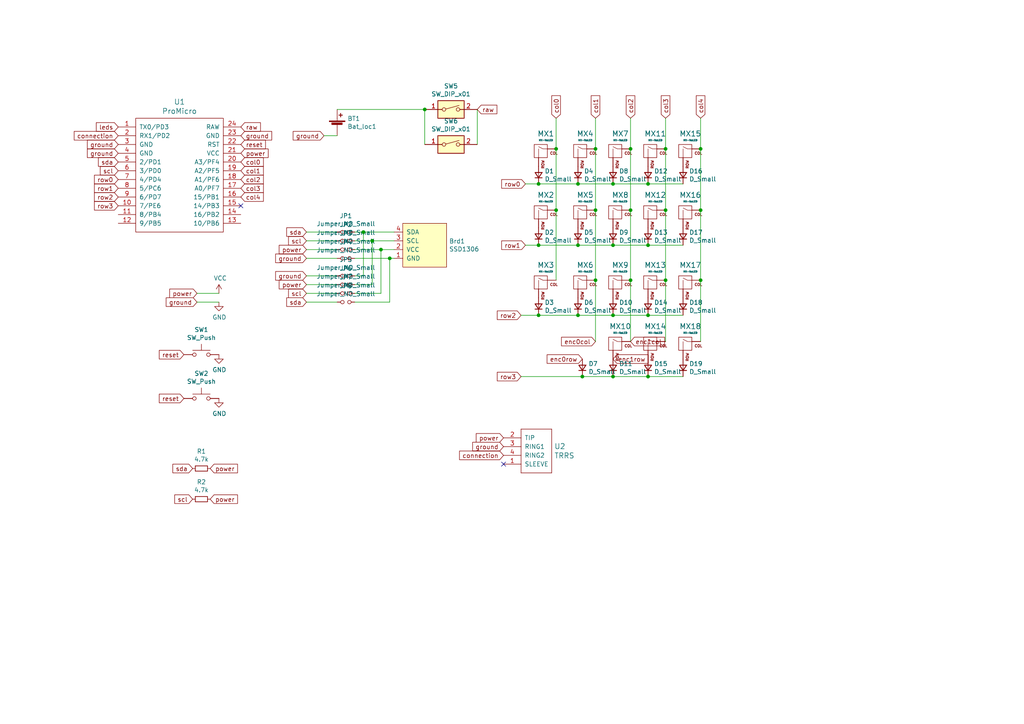
<source format=kicad_sch>
(kicad_sch (version 20211123) (generator eeschema)

  (uuid efeac2a2-7682-4dc7-83ee-f6f1b23da506)

  (paper "A4")

  (lib_symbols
    (symbol "Device:Battery_Cell" (pin_numbers hide) (pin_names (offset 0) hide) (in_bom yes) (on_board yes)
      (property "Reference" "BT" (id 0) (at 2.54 2.54 0)
        (effects (font (size 1.27 1.27)) (justify left))
      )
      (property "Value" "Battery_Cell" (id 1) (at 2.54 0 0)
        (effects (font (size 1.27 1.27)) (justify left))
      )
      (property "Footprint" "" (id 2) (at 0 1.524 90)
        (effects (font (size 1.27 1.27)) hide)
      )
      (property "Datasheet" "~" (id 3) (at 0 1.524 90)
        (effects (font (size 1.27 1.27)) hide)
      )
      (property "ki_keywords" "battery cell" (id 4) (at 0 0 0)
        (effects (font (size 1.27 1.27)) hide)
      )
      (property "ki_description" "Single-cell battery" (id 5) (at 0 0 0)
        (effects (font (size 1.27 1.27)) hide)
      )
      (symbol "Battery_Cell_0_1"
        (rectangle (start -2.286 1.778) (end 2.286 1.524)
          (stroke (width 0) (type default) (color 0 0 0 0))
          (fill (type outline))
        )
        (rectangle (start -1.5748 1.1938) (end 1.4732 0.6858)
          (stroke (width 0) (type default) (color 0 0 0 0))
          (fill (type outline))
        )
        (polyline
          (pts
            (xy 0 0.762)
            (xy 0 0)
          )
          (stroke (width 0) (type default) (color 0 0 0 0))
          (fill (type none))
        )
        (polyline
          (pts
            (xy 0 1.778)
            (xy 0 2.54)
          )
          (stroke (width 0) (type default) (color 0 0 0 0))
          (fill (type none))
        )
        (polyline
          (pts
            (xy 0.508 3.429)
            (xy 1.524 3.429)
          )
          (stroke (width 0.254) (type default) (color 0 0 0 0))
          (fill (type none))
        )
        (polyline
          (pts
            (xy 1.016 3.937)
            (xy 1.016 2.921)
          )
          (stroke (width 0.254) (type default) (color 0 0 0 0))
          (fill (type none))
        )
      )
      (symbol "Battery_Cell_1_1"
        (pin passive line (at 0 5.08 270) (length 2.54)
          (name "+" (effects (font (size 1.27 1.27))))
          (number "1" (effects (font (size 1.27 1.27))))
        )
        (pin passive line (at 0 -2.54 90) (length 2.54)
          (name "-" (effects (font (size 1.27 1.27))))
          (number "2" (effects (font (size 1.27 1.27))))
        )
      )
    )
    (symbol "Device:D_Small" (pin_numbers hide) (pin_names (offset 0.254) hide) (in_bom yes) (on_board yes)
      (property "Reference" "D" (id 0) (at -1.27 2.032 0)
        (effects (font (size 1.27 1.27)) (justify left))
      )
      (property "Value" "D_Small" (id 1) (at -3.81 -2.032 0)
        (effects (font (size 1.27 1.27)) (justify left))
      )
      (property "Footprint" "" (id 2) (at 0 0 90)
        (effects (font (size 1.27 1.27)) hide)
      )
      (property "Datasheet" "~" (id 3) (at 0 0 90)
        (effects (font (size 1.27 1.27)) hide)
      )
      (property "ki_keywords" "diode" (id 4) (at 0 0 0)
        (effects (font (size 1.27 1.27)) hide)
      )
      (property "ki_description" "Diode, small symbol" (id 5) (at 0 0 0)
        (effects (font (size 1.27 1.27)) hide)
      )
      (property "ki_fp_filters" "TO-???* *_Diode_* *SingleDiode* D_*" (id 6) (at 0 0 0)
        (effects (font (size 1.27 1.27)) hide)
      )
      (symbol "D_Small_0_1"
        (polyline
          (pts
            (xy -0.762 -1.016)
            (xy -0.762 1.016)
          )
          (stroke (width 0.254) (type default) (color 0 0 0 0))
          (fill (type none))
        )
        (polyline
          (pts
            (xy -0.762 0)
            (xy 0.762 0)
          )
          (stroke (width 0) (type default) (color 0 0 0 0))
          (fill (type none))
        )
        (polyline
          (pts
            (xy 0.762 -1.016)
            (xy -0.762 0)
            (xy 0.762 1.016)
            (xy 0.762 -1.016)
          )
          (stroke (width 0.254) (type default) (color 0 0 0 0))
          (fill (type none))
        )
      )
      (symbol "D_Small_1_1"
        (pin passive line (at -2.54 0 0) (length 1.778)
          (name "K" (effects (font (size 1.27 1.27))))
          (number "1" (effects (font (size 1.27 1.27))))
        )
        (pin passive line (at 2.54 0 180) (length 1.778)
          (name "A" (effects (font (size 1.27 1.27))))
          (number "2" (effects (font (size 1.27 1.27))))
        )
      )
    )
    (symbol "Device:Jumper_NO_Small" (pin_numbers hide) (pin_names (offset 0.762) hide) (in_bom yes) (on_board yes)
      (property "Reference" "JP" (id 0) (at 0 2.032 0)
        (effects (font (size 1.27 1.27)))
      )
      (property "Value" "Device_Jumper_NO_Small" (id 1) (at 0.254 -1.524 0)
        (effects (font (size 1.27 1.27)))
      )
      (property "Footprint" "" (id 2) (at 0 0 0)
        (effects (font (size 1.27 1.27)) hide)
      )
      (property "Datasheet" "" (id 3) (at 0 0 0)
        (effects (font (size 1.27 1.27)) hide)
      )
      (property "ki_fp_filters" "SolderJumper*Open* Jumper* TestPoint*2Pads* TestPoint*Bridge*" (id 4) (at 0 0 0)
        (effects (font (size 1.27 1.27)) hide)
      )
      (symbol "Jumper_NO_Small_0_1"
        (circle (center -1.016 0) (radius 0.508)
          (stroke (width 0) (type default) (color 0 0 0 0))
          (fill (type none))
        )
        (circle (center 1.016 0) (radius 0.508)
          (stroke (width 0) (type default) (color 0 0 0 0))
          (fill (type none))
        )
        (pin passive line (at -2.54 0 0) (length 1.016)
          (name "1" (effects (font (size 1.27 1.27))))
          (number "1" (effects (font (size 1.27 1.27))))
        )
        (pin passive line (at 2.54 0 180) (length 1.016)
          (name "2" (effects (font (size 1.27 1.27))))
          (number "2" (effects (font (size 1.27 1.27))))
        )
      )
    )
    (symbol "Device:R_Small" (pin_numbers hide) (pin_names (offset 0.254) hide) (in_bom yes) (on_board yes)
      (property "Reference" "R" (id 0) (at 0.762 0.508 0)
        (effects (font (size 1.27 1.27)) (justify left))
      )
      (property "Value" "R_Small" (id 1) (at 0.762 -1.016 0)
        (effects (font (size 1.27 1.27)) (justify left))
      )
      (property "Footprint" "" (id 2) (at 0 0 0)
        (effects (font (size 1.27 1.27)) hide)
      )
      (property "Datasheet" "~" (id 3) (at 0 0 0)
        (effects (font (size 1.27 1.27)) hide)
      )
      (property "ki_keywords" "R resistor" (id 4) (at 0 0 0)
        (effects (font (size 1.27 1.27)) hide)
      )
      (property "ki_description" "Resistor, small symbol" (id 5) (at 0 0 0)
        (effects (font (size 1.27 1.27)) hide)
      )
      (property "ki_fp_filters" "R_*" (id 6) (at 0 0 0)
        (effects (font (size 1.27 1.27)) hide)
      )
      (symbol "R_Small_0_1"
        (rectangle (start -0.762 1.778) (end 0.762 -1.778)
          (stroke (width 0.2032) (type default) (color 0 0 0 0))
          (fill (type none))
        )
      )
      (symbol "R_Small_1_1"
        (pin passive line (at 0 2.54 270) (length 0.762)
          (name "~" (effects (font (size 1.27 1.27))))
          (number "1" (effects (font (size 1.27 1.27))))
        )
        (pin passive line (at 0 -2.54 90) (length 0.762)
          (name "~" (effects (font (size 1.27 1.27))))
          (number "2" (effects (font (size 1.27 1.27))))
        )
      )
    )
    (symbol "Switch:SW_DIP_x01" (pin_names (offset 0) hide) (in_bom yes) (on_board yes)
      (property "Reference" "SW" (id 0) (at 0 3.81 0)
        (effects (font (size 1.27 1.27)))
      )
      (property "Value" "SW_DIP_x01" (id 1) (at 0 -3.81 0)
        (effects (font (size 1.27 1.27)))
      )
      (property "Footprint" "" (id 2) (at 0 0 0)
        (effects (font (size 1.27 1.27)) hide)
      )
      (property "Datasheet" "~" (id 3) (at 0 0 0)
        (effects (font (size 1.27 1.27)) hide)
      )
      (property "ki_keywords" "dip switch" (id 4) (at 0 0 0)
        (effects (font (size 1.27 1.27)) hide)
      )
      (property "ki_description" "1x DIP Switch, Single Pole Single Throw (SPST) switch, small symbol" (id 5) (at 0 0 0)
        (effects (font (size 1.27 1.27)) hide)
      )
      (property "ki_fp_filters" "SW?DIP?x1*" (id 6) (at 0 0 0)
        (effects (font (size 1.27 1.27)) hide)
      )
      (symbol "SW_DIP_x01_0_0"
        (circle (center -2.032 0) (radius 0.508)
          (stroke (width 0) (type default) (color 0 0 0 0))
          (fill (type none))
        )
        (polyline
          (pts
            (xy -1.524 0.127)
            (xy 2.3622 1.1684)
          )
          (stroke (width 0) (type default) (color 0 0 0 0))
          (fill (type none))
        )
        (circle (center 2.032 0) (radius 0.508)
          (stroke (width 0) (type default) (color 0 0 0 0))
          (fill (type none))
        )
      )
      (symbol "SW_DIP_x01_0_1"
        (rectangle (start -3.81 2.54) (end 3.81 -2.54)
          (stroke (width 0.254) (type default) (color 0 0 0 0))
          (fill (type background))
        )
      )
      (symbol "SW_DIP_x01_1_1"
        (pin passive line (at -7.62 0 0) (length 5.08)
          (name "~" (effects (font (size 1.27 1.27))))
          (number "1" (effects (font (size 1.27 1.27))))
        )
        (pin passive line (at 7.62 0 180) (length 5.08)
          (name "~" (effects (font (size 1.27 1.27))))
          (number "2" (effects (font (size 1.27 1.27))))
        )
      )
    )
    (symbol "Switch:SW_Push" (pin_numbers hide) (pin_names (offset 1.016) hide) (in_bom yes) (on_board yes)
      (property "Reference" "SW" (id 0) (at 1.27 2.54 0)
        (effects (font (size 1.27 1.27)) (justify left))
      )
      (property "Value" "SW_Push" (id 1) (at 0 -1.524 0)
        (effects (font (size 1.27 1.27)))
      )
      (property "Footprint" "" (id 2) (at 0 5.08 0)
        (effects (font (size 1.27 1.27)) hide)
      )
      (property "Datasheet" "~" (id 3) (at 0 5.08 0)
        (effects (font (size 1.27 1.27)) hide)
      )
      (property "ki_keywords" "switch normally-open pushbutton push-button" (id 4) (at 0 0 0)
        (effects (font (size 1.27 1.27)) hide)
      )
      (property "ki_description" "Push button switch, generic, two pins" (id 5) (at 0 0 0)
        (effects (font (size 1.27 1.27)) hide)
      )
      (symbol "SW_Push_0_1"
        (circle (center -2.032 0) (radius 0.508)
          (stroke (width 0) (type default) (color 0 0 0 0))
          (fill (type none))
        )
        (polyline
          (pts
            (xy 0 1.27)
            (xy 0 3.048)
          )
          (stroke (width 0) (type default) (color 0 0 0 0))
          (fill (type none))
        )
        (polyline
          (pts
            (xy 2.54 1.27)
            (xy -2.54 1.27)
          )
          (stroke (width 0) (type default) (color 0 0 0 0))
          (fill (type none))
        )
        (circle (center 2.032 0) (radius 0.508)
          (stroke (width 0) (type default) (color 0 0 0 0))
          (fill (type none))
        )
        (pin passive line (at -5.08 0 0) (length 2.54)
          (name "1" (effects (font (size 1.27 1.27))))
          (number "1" (effects (font (size 1.27 1.27))))
        )
        (pin passive line (at 5.08 0 180) (length 2.54)
          (name "2" (effects (font (size 1.27 1.27))))
          (number "2" (effects (font (size 1.27 1.27))))
        )
      )
    )
    (symbol "power:GND" (power) (pin_names (offset 0)) (in_bom yes) (on_board yes)
      (property "Reference" "#PWR" (id 0) (at 0 -6.35 0)
        (effects (font (size 1.27 1.27)) hide)
      )
      (property "Value" "GND" (id 1) (at 0 -3.81 0)
        (effects (font (size 1.27 1.27)))
      )
      (property "Footprint" "" (id 2) (at 0 0 0)
        (effects (font (size 1.27 1.27)) hide)
      )
      (property "Datasheet" "" (id 3) (at 0 0 0)
        (effects (font (size 1.27 1.27)) hide)
      )
      (property "ki_keywords" "power-flag" (id 4) (at 0 0 0)
        (effects (font (size 1.27 1.27)) hide)
      )
      (property "ki_description" "Power symbol creates a global label with name \"GND\" , ground" (id 5) (at 0 0 0)
        (effects (font (size 1.27 1.27)) hide)
      )
      (symbol "GND_0_1"
        (polyline
          (pts
            (xy 0 0)
            (xy 0 -1.27)
            (xy 1.27 -1.27)
            (xy 0 -2.54)
            (xy -1.27 -1.27)
            (xy 0 -1.27)
          )
          (stroke (width 0) (type default) (color 0 0 0 0))
          (fill (type none))
        )
      )
      (symbol "GND_1_1"
        (pin power_in line (at 0 0 270) (length 0) hide
          (name "GND" (effects (font (size 1.27 1.27))))
          (number "1" (effects (font (size 1.27 1.27))))
        )
      )
    )
    (symbol "power:VCC" (power) (pin_names (offset 0)) (in_bom yes) (on_board yes)
      (property "Reference" "#PWR" (id 0) (at 0 -3.81 0)
        (effects (font (size 1.27 1.27)) hide)
      )
      (property "Value" "VCC" (id 1) (at 0 3.81 0)
        (effects (font (size 1.27 1.27)))
      )
      (property "Footprint" "" (id 2) (at 0 0 0)
        (effects (font (size 1.27 1.27)) hide)
      )
      (property "Datasheet" "" (id 3) (at 0 0 0)
        (effects (font (size 1.27 1.27)) hide)
      )
      (property "ki_keywords" "power-flag" (id 4) (at 0 0 0)
        (effects (font (size 1.27 1.27)) hide)
      )
      (property "ki_description" "Power symbol creates a global label with name \"VCC\"" (id 5) (at 0 0 0)
        (effects (font (size 1.27 1.27)) hide)
      )
      (symbol "VCC_0_1"
        (polyline
          (pts
            (xy -0.762 1.27)
            (xy 0 2.54)
          )
          (stroke (width 0) (type default) (color 0 0 0 0))
          (fill (type none))
        )
        (polyline
          (pts
            (xy 0 0)
            (xy 0 2.54)
          )
          (stroke (width 0) (type default) (color 0 0 0 0))
          (fill (type none))
        )
        (polyline
          (pts
            (xy 0 2.54)
            (xy 0.762 1.27)
          )
          (stroke (width 0) (type default) (color 0 0 0 0))
          (fill (type none))
        )
      )
      (symbol "VCC_1_1"
        (pin power_in line (at 0 0 90) (length 0) hide
          (name "VCC" (effects (font (size 1.27 1.27))))
          (number "1" (effects (font (size 1.27 1.27))))
        )
      )
    )
    (symbol "split_3x-rescue:MX-NoLED-MX_Alps_Hybrid" (pin_names (offset 1.016)) (in_bom yes) (on_board yes)
      (property "Reference" "MX" (id 0) (at -0.635 3.81 0)
        (effects (font (size 1.524 1.524)))
      )
      (property "Value" "MX-NoLED-MX_Alps_Hybrid" (id 1) (at -0.635 1.27 0)
        (effects (font (size 0.508 0.508)))
      )
      (property "Footprint" "" (id 2) (at -15.875 -0.635 0)
        (effects (font (size 1.524 1.524)) hide)
      )
      (property "Datasheet" "" (id 3) (at -15.875 -0.635 0)
        (effects (font (size 1.524 1.524)) hide)
      )
      (symbol "MX-NoLED-MX_Alps_Hybrid_0_0"
        (rectangle (start -2.54 2.54) (end 1.27 -1.27)
          (stroke (width 0) (type default) (color 0 0 0 0))
          (fill (type none))
        )
        (polyline
          (pts
            (xy -1.27 -1.27)
            (xy -1.27 1.27)
          )
          (stroke (width 0.127) (type default) (color 0 0 0 0))
          (fill (type none))
        )
        (polyline
          (pts
            (xy 1.27 1.27)
            (xy 0 1.27)
            (xy -1.27 1.905)
          )
          (stroke (width 0.127) (type default) (color 0 0 0 0))
          (fill (type none))
        )
        (text "COL" (at 3.175 0 0)
          (effects (font (size 0.762 0.762)))
        )
        (text "ROW" (at 0 -1.905 900)
          (effects (font (size 0.762 0.762)) (justify right))
        )
      )
      (symbol "MX-NoLED-MX_Alps_Hybrid_1_1"
        (pin passive line (at 3.81 1.27 180) (length 2.54)
          (name "COL" (effects (font (size 0 0))))
          (number "1" (effects (font (size 0 0))))
        )
        (pin passive line (at -1.27 -3.81 90) (length 2.54)
          (name "ROW" (effects (font (size 0 0))))
          (number "2" (effects (font (size 0 0))))
        )
      )
    )
    (symbol "split_3x-rescue:ProMicro-keebio" (pin_names (offset 1.016)) (in_bom yes) (on_board yes)
      (property "Reference" "U" (id 0) (at 0 0 0)
        (effects (font (size 1.524 1.524)))
      )
      (property "Value" "ProMicro-keebio" (id 1) (at 0 -19.05 0)
        (effects (font (size 1.524 1.524)))
      )
      (property "Footprint" "" (id 2) (at 26.67 -63.5 90)
        (effects (font (size 1.524 1.524)) hide)
      )
      (property "Datasheet" "" (id 3) (at 26.67 -63.5 90)
        (effects (font (size 1.524 1.524)) hide)
      )
      (symbol "ProMicro-keebio_0_1"
        (rectangle (start -12.7 -16.51) (end 12.7 16.51)
          (stroke (width 0) (type default) (color 0 0 0 0))
          (fill (type none))
        )
      )
      (symbol "ProMicro-keebio_1_1"
        (pin input line (at -17.78 13.97 0) (length 5.08)
          (name "TX0/PD3" (effects (font (size 1.27 1.27))))
          (number "1" (effects (font (size 1.27 1.27))))
        )
        (pin input line (at -17.78 -8.89 0) (length 5.08)
          (name "7/PE6" (effects (font (size 1.27 1.27))))
          (number "10" (effects (font (size 1.27 1.27))))
        )
        (pin input line (at -17.78 -11.43 0) (length 5.08)
          (name "8/PB4" (effects (font (size 1.27 1.27))))
          (number "11" (effects (font (size 1.27 1.27))))
        )
        (pin input line (at -17.78 -13.97 0) (length 5.08)
          (name "9/PB5" (effects (font (size 1.27 1.27))))
          (number "12" (effects (font (size 1.27 1.27))))
        )
        (pin input line (at 17.78 -13.97 180) (length 5.08)
          (name "10/PB6" (effects (font (size 1.27 1.27))))
          (number "13" (effects (font (size 1.27 1.27))))
        )
        (pin input line (at 17.78 -11.43 180) (length 5.08)
          (name "16/PB2" (effects (font (size 1.27 1.27))))
          (number "14" (effects (font (size 1.27 1.27))))
        )
        (pin input line (at 17.78 -8.89 180) (length 5.08)
          (name "14/PB3" (effects (font (size 1.27 1.27))))
          (number "15" (effects (font (size 1.27 1.27))))
        )
        (pin input line (at 17.78 -6.35 180) (length 5.08)
          (name "15/PB1" (effects (font (size 1.27 1.27))))
          (number "16" (effects (font (size 1.27 1.27))))
        )
        (pin input line (at 17.78 -3.81 180) (length 5.08)
          (name "A0/PF7" (effects (font (size 1.27 1.27))))
          (number "17" (effects (font (size 1.27 1.27))))
        )
        (pin input line (at 17.78 -1.27 180) (length 5.08)
          (name "A1/PF6" (effects (font (size 1.27 1.27))))
          (number "18" (effects (font (size 1.27 1.27))))
        )
        (pin input line (at 17.78 1.27 180) (length 5.08)
          (name "A2/PF5" (effects (font (size 1.27 1.27))))
          (number "19" (effects (font (size 1.27 1.27))))
        )
        (pin input line (at -17.78 11.43 0) (length 5.08)
          (name "RX1/PD2" (effects (font (size 1.27 1.27))))
          (number "2" (effects (font (size 1.27 1.27))))
        )
        (pin input line (at 17.78 3.81 180) (length 5.08)
          (name "A3/PF4" (effects (font (size 1.27 1.27))))
          (number "20" (effects (font (size 1.27 1.27))))
        )
        (pin input line (at 17.78 6.35 180) (length 5.08)
          (name "VCC" (effects (font (size 1.27 1.27))))
          (number "21" (effects (font (size 1.27 1.27))))
        )
        (pin input line (at 17.78 8.89 180) (length 5.08)
          (name "RST" (effects (font (size 1.27 1.27))))
          (number "22" (effects (font (size 1.27 1.27))))
        )
        (pin input line (at 17.78 11.43 180) (length 5.08)
          (name "GND" (effects (font (size 1.27 1.27))))
          (number "23" (effects (font (size 1.27 1.27))))
        )
        (pin input line (at 17.78 13.97 180) (length 5.08)
          (name "RAW" (effects (font (size 1.27 1.27))))
          (number "24" (effects (font (size 1.27 1.27))))
        )
        (pin input line (at -17.78 8.89 0) (length 5.08)
          (name "GND" (effects (font (size 1.27 1.27))))
          (number "3" (effects (font (size 1.27 1.27))))
        )
        (pin input line (at -17.78 6.35 0) (length 5.08)
          (name "GND" (effects (font (size 1.27 1.27))))
          (number "4" (effects (font (size 1.27 1.27))))
        )
        (pin input line (at -17.78 3.81 0) (length 5.08)
          (name "2/PD1" (effects (font (size 1.27 1.27))))
          (number "5" (effects (font (size 1.27 1.27))))
        )
        (pin input line (at -17.78 1.27 0) (length 5.08)
          (name "3/PD0" (effects (font (size 1.27 1.27))))
          (number "6" (effects (font (size 1.27 1.27))))
        )
        (pin input line (at -17.78 -1.27 0) (length 5.08)
          (name "4/PD4" (effects (font (size 1.27 1.27))))
          (number "7" (effects (font (size 1.27 1.27))))
        )
        (pin input line (at -17.78 -3.81 0) (length 5.08)
          (name "5/PC6" (effects (font (size 1.27 1.27))))
          (number "8" (effects (font (size 1.27 1.27))))
        )
        (pin input line (at -17.78 -6.35 0) (length 5.08)
          (name "6/PD7" (effects (font (size 1.27 1.27))))
          (number "9" (effects (font (size 1.27 1.27))))
        )
      )
    )
    (symbol "split_3x-rescue:SSD1306-SSD1306-128x64_OLED" (pin_names (offset 1.016)) (in_bom yes) (on_board yes)
      (property "Reference" "Brd" (id 0) (at 0 -3.81 0)
        (effects (font (size 1.27 1.27)))
      )
      (property "Value" "SSD1306-SSD1306-128x64_OLED" (id 1) (at 0 -1.27 0)
        (effects (font (size 1.27 1.27)))
      )
      (property "Footprint" "" (id 2) (at 0 6.35 0)
        (effects (font (size 1.27 1.27)) hide)
      )
      (property "Datasheet" "" (id 3) (at 0 6.35 0)
        (effects (font (size 1.27 1.27)) hide)
      )
      (property "ki_fp_filters" "SSD1306-128x64_OLED:SSD1306" (id 4) (at 0 0 0)
        (effects (font (size 1.27 1.27)) hide)
      )
      (symbol "SSD1306-SSD1306-128x64_OLED_0_1"
        (rectangle (start -6.35 6.35) (end 6.35 -6.35)
          (stroke (width 0) (type default) (color 0 0 0 0))
          (fill (type background))
        )
      )
      (symbol "SSD1306-SSD1306-128x64_OLED_1_1"
        (pin input line (at -3.81 8.89 270) (length 2.54)
          (name "GND" (effects (font (size 1.27 1.27))))
          (number "1" (effects (font (size 1.27 1.27))))
        )
        (pin input line (at -1.27 8.89 270) (length 2.54)
          (name "VCC" (effects (font (size 1.27 1.27))))
          (number "2" (effects (font (size 1.27 1.27))))
        )
        (pin input line (at 1.27 8.89 270) (length 2.54)
          (name "SCL" (effects (font (size 1.27 1.27))))
          (number "3" (effects (font (size 1.27 1.27))))
        )
        (pin input line (at 3.81 8.89 270) (length 2.54)
          (name "SDA" (effects (font (size 1.27 1.27))))
          (number "4" (effects (font (size 1.27 1.27))))
        )
      )
    )
    (symbol "split_3x-rescue:TRRS-keebio" (pin_names (offset 1.016)) (in_bom yes) (on_board yes)
      (property "Reference" "U" (id 0) (at 0 15.24 0)
        (effects (font (size 1.524 1.524)))
      )
      (property "Value" "TRRS-keebio" (id 1) (at 0 -2.54 0)
        (effects (font (size 1.524 1.524)))
      )
      (property "Footprint" "" (id 2) (at 3.81 0 0)
        (effects (font (size 1.524 1.524)) hide)
      )
      (property "Datasheet" "" (id 3) (at 3.81 0 0)
        (effects (font (size 1.524 1.524)) hide)
      )
      (symbol "TRRS-keebio_0_1"
        (rectangle (start -3.81 0) (end -3.81 12.7)
          (stroke (width 0) (type default) (color 0 0 0 0))
          (fill (type none))
        )
        (rectangle (start -3.81 12.7) (end 5.08 12.7)
          (stroke (width 0) (type default) (color 0 0 0 0))
          (fill (type none))
        )
        (rectangle (start 5.08 0) (end -3.81 0)
          (stroke (width 0) (type default) (color 0 0 0 0))
          (fill (type none))
        )
        (rectangle (start 5.08 12.7) (end 5.08 0)
          (stroke (width 0) (type default) (color 0 0 0 0))
          (fill (type none))
        )
      )
      (symbol "TRRS-keebio_1_1"
        (pin input line (at -8.89 2.54 0) (length 5.08)
          (name "SLEEVE" (effects (font (size 1.27 1.27))))
          (number "1" (effects (font (size 1.27 1.27))))
        )
        (pin input line (at -8.89 10.16 0) (length 5.08)
          (name "TIP" (effects (font (size 1.27 1.27))))
          (number "2" (effects (font (size 1.27 1.27))))
        )
        (pin input line (at -8.89 7.62 0) (length 5.08)
          (name "RING1" (effects (font (size 1.27 1.27))))
          (number "3" (effects (font (size 1.27 1.27))))
        )
        (pin input line (at -8.89 5.08 0) (length 5.08)
          (name "RING2" (effects (font (size 1.27 1.27))))
          (number "4" (effects (font (size 1.27 1.27))))
        )
      )
    )
  )

  (junction (at 203.2 43.18) (diameter 0) (color 0 0 0 0)
    (uuid 0325ec43-0390-4ae2-b055-b1ec6ce17b1c)
  )
  (junction (at 167.64 91.44) (diameter 0) (color 0 0 0 0)
    (uuid 101ef598-601d-400e-9ef6-d655fbb1dbfa)
  )
  (junction (at 193.04 43.18) (diameter 0) (color 0 0 0 0)
    (uuid 173f6f06-e7d0-42ac-ab03-ce6b79b9eeee)
  )
  (junction (at 182.88 81.28) (diameter 0) (color 0 0 0 0)
    (uuid 262f1ea9-0133-4b43-be36-456207ea857c)
  )
  (junction (at 167.64 71.12) (diameter 0) (color 0 0 0 0)
    (uuid 27d56953-c620-4d5b-9c1c-e48bc3d9684a)
  )
  (junction (at 187.96 71.12) (diameter 0) (color 0 0 0 0)
    (uuid 29e058a7-50a3-43e5-81c3-bfee53da08be)
  )
  (junction (at 182.88 60.96) (diameter 0) (color 0 0 0 0)
    (uuid 309b3bff-19c8-41ec-a84d-63399c649f46)
  )
  (junction (at 161.29 43.18) (diameter 0) (color 0 0 0 0)
    (uuid 382ca670-6ae8-4de6-90f9-f241d1337171)
  )
  (junction (at 105.41 67.31) (diameter 0) (color 0 0 0 0)
    (uuid 4d586a18-26c5-441e-a9ff-8125ee516126)
  )
  (junction (at 203.2 60.96) (diameter 0) (color 0 0 0 0)
    (uuid 576c6616-e95d-4f1e-8ead-dea30fcdc8c2)
  )
  (junction (at 187.96 91.44) (diameter 0) (color 0 0 0 0)
    (uuid 5b34a16c-5a14-4291-8242-ea6d6ac54372)
  )
  (junction (at 177.8 91.44) (diameter 0) (color 0 0 0 0)
    (uuid 6781326c-6e0d-4753-8f28-0f5c687e01f9)
  )
  (junction (at 172.72 81.28) (diameter 0) (color 0 0 0 0)
    (uuid 6b7c1048-12b6-46b2-b762-fa3ad30472dd)
  )
  (junction (at 177.8 71.12) (diameter 0) (color 0 0 0 0)
    (uuid 6fd4442e-30b3-428b-9306-61418a63d311)
  )
  (junction (at 193.04 81.28) (diameter 0) (color 0 0 0 0)
    (uuid 721d1be9-236e-470b-ba69-f1cc6c43faf9)
  )
  (junction (at 187.96 53.34) (diameter 0) (color 0 0 0 0)
    (uuid 7a4ce4b3-518a-4819-b8b2-5127b3347c64)
  )
  (junction (at 110.49 72.39) (diameter 0) (color 0 0 0 0)
    (uuid 98b00c9d-9188-4bce-aa70-92d12dd9cf82)
  )
  (junction (at 177.8 53.34) (diameter 0) (color 0 0 0 0)
    (uuid a6b7df29-bcf8-46a9-b623-7eaac47f5110)
  )
  (junction (at 156.21 91.44) (diameter 0) (color 0 0 0 0)
    (uuid a8447faf-e0a0-4c4a-ae53-4d4b28669151)
  )
  (junction (at 161.29 60.96) (diameter 0) (color 0 0 0 0)
    (uuid b0906e10-2fbc-4309-a8b4-6fc4cd1a5490)
  )
  (junction (at 182.88 43.18) (diameter 0) (color 0 0 0 0)
    (uuid be645d0f-8568-47a0-a152-e3ddd33563eb)
  )
  (junction (at 177.8 109.22) (diameter 0) (color 0 0 0 0)
    (uuid c094494a-f6f7-43fc-a007-4951484ddf3a)
  )
  (junction (at 193.04 60.96) (diameter 0) (color 0 0 0 0)
    (uuid cb16d05e-318b-4e51-867b-70d791d75bea)
  )
  (junction (at 107.95 69.85) (diameter 0) (color 0 0 0 0)
    (uuid cc15f583-a41b-43af-ba94-a75455506a96)
  )
  (junction (at 172.72 43.18) (diameter 0) (color 0 0 0 0)
    (uuid d0fb0864-e79b-4bdc-8e8e-eed0cabe6d56)
  )
  (junction (at 172.72 60.96) (diameter 0) (color 0 0 0 0)
    (uuid d5b800ca-1ab6-4b66-b5f7-2dda5658b504)
  )
  (junction (at 156.21 71.12) (diameter 0) (color 0 0 0 0)
    (uuid d6fb27cf-362d-4568-967c-a5bf49d5931b)
  )
  (junction (at 167.64 53.34) (diameter 0) (color 0 0 0 0)
    (uuid e1535036-5d36-405f-bb86-3819621c4f23)
  )
  (junction (at 187.96 109.22) (diameter 0) (color 0 0 0 0)
    (uuid e40e8cef-4fb0-4fc3-be09-3875b2cc8469)
  )
  (junction (at 156.21 53.34) (diameter 0) (color 0 0 0 0)
    (uuid e65b62be-e01b-4688-a999-1d1be370c4ae)
  )
  (junction (at 203.2 81.28) (diameter 0) (color 0 0 0 0)
    (uuid ec5c2062-3a41-4636-8803-069e60a1641a)
  )
  (junction (at 168.91 109.22) (diameter 0) (color 0 0 0 0)
    (uuid f1447ad6-651c-45be-a2d6-33bddf672c2c)
  )
  (junction (at 113.03 74.93) (diameter 0) (color 0 0 0 0)
    (uuid f1a9fb80-4cc4-410f-9616-e19c969dcab5)
  )
  (junction (at 123.19 31.75) (diameter 0) (color 0 0 0 0)
    (uuid f345e52a-8e0a-425a-b438-90809dd3b799)
  )

  (no_connect (at 69.85 59.69) (uuid 4a54c707-7b6f-4a3d-a74d-5e3526114aba))
  (no_connect (at 146.05 134.62) (uuid 7c9906fa-f844-46c7-ac1e-51d6999db533))

  (wire (pts (xy 193.04 60.96) (xy 193.04 81.28))
    (stroke (width 0) (type default) (color 0 0 0 0))
    (uuid 057af6bb-cf6f-4bfb-b0c0-2e92a2c09a47)
  )
  (wire (pts (xy 123.19 31.75) (xy 123.19 41.91))
    (stroke (width 0) (type default) (color 0 0 0 0))
    (uuid 0cbeb329-a88d-4a47-a5c2-a1d693de2f8c)
  )
  (wire (pts (xy 172.72 81.28) (xy 172.72 99.06))
    (stroke (width 0) (type default) (color 0 0 0 0))
    (uuid 0cc45b5b-96b3-4284-9cae-a3a9e324a916)
  )
  (wire (pts (xy 161.29 60.96) (xy 161.29 81.28))
    (stroke (width 0) (type default) (color 0 0 0 0))
    (uuid 0ce8d3ab-2662-4158-8a2a-18b782908fc5)
  )
  (wire (pts (xy 161.29 43.18) (xy 161.29 60.96))
    (stroke (width 0) (type default) (color 0 0 0 0))
    (uuid 0e8f7fc0-2ef2-4b90-9c15-8a3a601ee459)
  )
  (wire (pts (xy 107.95 69.85) (xy 114.3 69.85))
    (stroke (width 0) (type default) (color 0 0 0 0))
    (uuid 1199146e-a60b-416a-b503-e77d6d2892f9)
  )
  (wire (pts (xy 187.96 109.22) (xy 198.12 109.22))
    (stroke (width 0) (type default) (color 0 0 0 0))
    (uuid 15fe8f3d-6077-4e0e-81d0-8ec3f4538981)
  )
  (wire (pts (xy 88.9 69.85) (xy 97.79 69.85))
    (stroke (width 0) (type default) (color 0 0 0 0))
    (uuid 16121028-bdf5-49c0-aae7-e28fe5bfa771)
  )
  (wire (pts (xy 187.96 53.34) (xy 198.12 53.34))
    (stroke (width 0) (type default) (color 0 0 0 0))
    (uuid 20c315f4-1e4f-49aa-8d61-778a7389df7e)
  )
  (wire (pts (xy 172.72 34.29) (xy 172.72 43.18))
    (stroke (width 0) (type default) (color 0 0 0 0))
    (uuid 29195ea4-8218-44a1-b4bf-466bee0082e4)
  )
  (wire (pts (xy 193.04 34.29) (xy 193.04 43.18))
    (stroke (width 0) (type default) (color 0 0 0 0))
    (uuid 2e842263-c0ba-46fd-a760-6624d4c78278)
  )
  (wire (pts (xy 187.96 91.44) (xy 198.12 91.44))
    (stroke (width 0) (type default) (color 0 0 0 0))
    (uuid 35a9f71f-ba35-47f6-814e-4106ac36c51e)
  )
  (wire (pts (xy 102.87 87.63) (xy 113.03 87.63))
    (stroke (width 0) (type default) (color 0 0 0 0))
    (uuid 3f43d730-2a73-49fe-9672-32428e7f5b49)
  )
  (wire (pts (xy 177.8 71.12) (xy 187.96 71.12))
    (stroke (width 0) (type default) (color 0 0 0 0))
    (uuid 3fd54105-4b7e-4004-9801-76ec66108a22)
  )
  (wire (pts (xy 88.9 82.55) (xy 97.79 82.55))
    (stroke (width 0) (type default) (color 0 0 0 0))
    (uuid 43707e99-bdd7-4b02-9974-540ed6c2b0aa)
  )
  (wire (pts (xy 193.04 43.18) (xy 193.04 60.96))
    (stroke (width 0) (type default) (color 0 0 0 0))
    (uuid 4632212f-13ce-4392-bc68-ccb9ba333770)
  )
  (wire (pts (xy 105.41 67.31) (xy 114.3 67.31))
    (stroke (width 0) (type default) (color 0 0 0 0))
    (uuid 477892a1-722e-4cda-bb6c-fcdb8ba5f93e)
  )
  (wire (pts (xy 107.95 82.55) (xy 107.95 69.85))
    (stroke (width 0) (type default) (color 0 0 0 0))
    (uuid 479331ff-c540-41f4-84e6-b48d65171e59)
  )
  (wire (pts (xy 102.87 67.31) (xy 105.41 67.31))
    (stroke (width 0) (type default) (color 0 0 0 0))
    (uuid 4ba06b66-7669-4c70-b585-f5d4c9c33527)
  )
  (wire (pts (xy 187.96 71.12) (xy 198.12 71.12))
    (stroke (width 0) (type default) (color 0 0 0 0))
    (uuid 5cf2db29-f7ab-499a-9907-cdeba64bf0f3)
  )
  (wire (pts (xy 203.2 99.06) (xy 203.2 81.28))
    (stroke (width 0) (type default) (color 0 0 0 0))
    (uuid 5edcefbe-9766-42c8-9529-28d0ec865573)
  )
  (wire (pts (xy 102.87 69.85) (xy 107.95 69.85))
    (stroke (width 0) (type default) (color 0 0 0 0))
    (uuid 60ff6322-62e2-4602-9bc0-7a0f0a5ecfbf)
  )
  (wire (pts (xy 203.2 43.18) (xy 203.2 60.96))
    (stroke (width 0) (type default) (color 0 0 0 0))
    (uuid 7b044939-8c4d-444f-b9e0-a15fcdeb5a86)
  )
  (wire (pts (xy 151.13 109.22) (xy 168.91 109.22))
    (stroke (width 0) (type default) (color 0 0 0 0))
    (uuid 7c04618d-9115-4179-b234-a8faf854ea92)
  )
  (wire (pts (xy 152.4 71.12) (xy 156.21 71.12))
    (stroke (width 0) (type default) (color 0 0 0 0))
    (uuid 7e0a03ae-d054-4f76-a131-5c09b8dc1636)
  )
  (wire (pts (xy 151.13 91.44) (xy 156.21 91.44))
    (stroke (width 0) (type default) (color 0 0 0 0))
    (uuid 7f2301df-e4bc-479e-a681-cc59c9a2dbbb)
  )
  (wire (pts (xy 156.21 91.44) (xy 167.64 91.44))
    (stroke (width 0) (type default) (color 0 0 0 0))
    (uuid 7f52d787-caa3-4a92-b1b2-19d554dc29a4)
  )
  (wire (pts (xy 138.43 41.91) (xy 138.43 31.75))
    (stroke (width 0) (type default) (color 0 0 0 0))
    (uuid 810ed4ff-ffe2-4032-9af6-fb5ada3bae5b)
  )
  (wire (pts (xy 152.4 53.34) (xy 156.21 53.34))
    (stroke (width 0) (type default) (color 0 0 0 0))
    (uuid 814763c2-92e5-4a2c-941c-9bbd073f6e87)
  )
  (wire (pts (xy 156.21 53.34) (xy 167.64 53.34))
    (stroke (width 0) (type default) (color 0 0 0 0))
    (uuid 82be7aae-5d06-4178-8c3e-98760c41b054)
  )
  (wire (pts (xy 203.2 60.96) (xy 203.2 81.28))
    (stroke (width 0) (type default) (color 0 0 0 0))
    (uuid 89e83c2e-e90a-4a50-b278-880bac0cfb49)
  )
  (wire (pts (xy 182.88 60.96) (xy 182.88 81.28))
    (stroke (width 0) (type default) (color 0 0 0 0))
    (uuid 8c0807a7-765b-4fa5-baaa-e09a2b610e6b)
  )
  (wire (pts (xy 167.64 71.12) (xy 177.8 71.12))
    (stroke (width 0) (type default) (color 0 0 0 0))
    (uuid 8d0c1d66-35ef-4a53-a28f-436a11b54f42)
  )
  (wire (pts (xy 113.03 87.63) (xy 113.03 74.93))
    (stroke (width 0) (type default) (color 0 0 0 0))
    (uuid 9186dae5-6dc3-4744-9f90-e697559c6ac8)
  )
  (wire (pts (xy 105.41 80.01) (xy 105.41 67.31))
    (stroke (width 0) (type default) (color 0 0 0 0))
    (uuid 9186fd02-f30d-4e17-aa38-378ab73e3908)
  )
  (wire (pts (xy 156.21 71.12) (xy 167.64 71.12))
    (stroke (width 0) (type default) (color 0 0 0 0))
    (uuid 9193c41e-d425-447d-b95c-6986d66ea01c)
  )
  (wire (pts (xy 203.2 34.29) (xy 203.2 43.18))
    (stroke (width 0) (type default) (color 0 0 0 0))
    (uuid 935f462d-8b1e-4005-9f1e-17f537ab1756)
  )
  (wire (pts (xy 102.87 85.09) (xy 110.49 85.09))
    (stroke (width 0) (type default) (color 0 0 0 0))
    (uuid 997c2f12-73ba-4c01-9ee0-42e37cbab790)
  )
  (wire (pts (xy 97.79 67.31) (xy 88.9 67.31))
    (stroke (width 0) (type default) (color 0 0 0 0))
    (uuid 9aedbb9e-8340-4899-b813-05b23382a36b)
  )
  (wire (pts (xy 177.8 109.22) (xy 187.96 109.22))
    (stroke (width 0) (type default) (color 0 0 0 0))
    (uuid 9b3c58a7-a9b9-4498-abc0-f9f43e4f0292)
  )
  (wire (pts (xy 110.49 72.39) (xy 114.3 72.39))
    (stroke (width 0) (type default) (color 0 0 0 0))
    (uuid a24ce0e2-fdd3-4e6a-b754-5dee9713dd27)
  )
  (wire (pts (xy 182.88 81.28) (xy 182.88 99.06))
    (stroke (width 0) (type default) (color 0 0 0 0))
    (uuid a5e521b9-814e-4853-a5ac-f158785c6269)
  )
  (wire (pts (xy 177.8 53.34) (xy 187.96 53.34))
    (stroke (width 0) (type default) (color 0 0 0 0))
    (uuid a9b3f6e4-7a6d-4ae8-ad28-3d8458e0ca1a)
  )
  (wire (pts (xy 102.87 80.01) (xy 105.41 80.01))
    (stroke (width 0) (type default) (color 0 0 0 0))
    (uuid aa130053-a451-4f12-97f7-3d4d891a5f83)
  )
  (wire (pts (xy 102.87 74.93) (xy 113.03 74.93))
    (stroke (width 0) (type default) (color 0 0 0 0))
    (uuid afd38b10-2eca-4abe-aed1-a96fb07ffdbe)
  )
  (wire (pts (xy 102.87 82.55) (xy 107.95 82.55))
    (stroke (width 0) (type default) (color 0 0 0 0))
    (uuid b09666f9-12f1-4ee9-8877-2292c94258ca)
  )
  (wire (pts (xy 57.15 85.09) (xy 63.5 85.09))
    (stroke (width 0) (type default) (color 0 0 0 0))
    (uuid b1ddb058-f7b2-429c-9489-f4e2242ad7e5)
  )
  (wire (pts (xy 182.88 43.18) (xy 182.88 60.96))
    (stroke (width 0) (type default) (color 0 0 0 0))
    (uuid bd9595a1-04f3-4fda-8f1b-e65ad874edd3)
  )
  (wire (pts (xy 193.04 81.28) (xy 193.04 99.06))
    (stroke (width 0) (type default) (color 0 0 0 0))
    (uuid c1c799a0-3c93-493a-9ad7-8a0561bc69ee)
  )
  (wire (pts (xy 88.9 74.93) (xy 97.79 74.93))
    (stroke (width 0) (type default) (color 0 0 0 0))
    (uuid c3c499b1-9227-4e4b-9982-f9f1aa6203b9)
  )
  (wire (pts (xy 177.8 91.44) (xy 187.96 91.44))
    (stroke (width 0) (type default) (color 0 0 0 0))
    (uuid c701ee8e-1214-4781-a973-17bef7b6e3eb)
  )
  (wire (pts (xy 167.64 91.44) (xy 177.8 91.44))
    (stroke (width 0) (type default) (color 0 0 0 0))
    (uuid c8029a4c-945d-42ca-871a-dd73ff50a1a3)
  )
  (wire (pts (xy 110.49 85.09) (xy 110.49 72.39))
    (stroke (width 0) (type default) (color 0 0 0 0))
    (uuid c8fd9dd3-06ad-4146-9239-0065013959ef)
  )
  (wire (pts (xy 172.72 60.96) (xy 172.72 81.28))
    (stroke (width 0) (type default) (color 0 0 0 0))
    (uuid c9667181-b3c7-4b01-b8b4-baa29a9aea63)
  )
  (wire (pts (xy 172.72 43.18) (xy 172.72 60.96))
    (stroke (width 0) (type default) (color 0 0 0 0))
    (uuid cff34251-839c-4da9-a0ad-85d0fc4e32af)
  )
  (wire (pts (xy 57.15 87.63) (xy 63.5 87.63))
    (stroke (width 0) (type default) (color 0 0 0 0))
    (uuid d39d813e-3e64-490c-ba5c-a64bb5ad6bd0)
  )
  (wire (pts (xy 88.9 80.01) (xy 97.79 80.01))
    (stroke (width 0) (type default) (color 0 0 0 0))
    (uuid d4c9471f-7503-4339-928c-d1abae1eede6)
  )
  (wire (pts (xy 167.64 53.34) (xy 177.8 53.34))
    (stroke (width 0) (type default) (color 0 0 0 0))
    (uuid d9c6d5d2-0b49-49ba-a970-cd2c32f74c54)
  )
  (wire (pts (xy 88.9 85.09) (xy 97.79 85.09))
    (stroke (width 0) (type default) (color 0 0 0 0))
    (uuid e17e6c0e-7e5b-43f0-ad48-0a2760b45b04)
  )
  (wire (pts (xy 93.98 39.37) (xy 97.79 39.37))
    (stroke (width 0) (type default) (color 0 0 0 0))
    (uuid e300709f-6c72-488d-a598-efcbd6d3af54)
  )
  (wire (pts (xy 88.9 87.63) (xy 97.79 87.63))
    (stroke (width 0) (type default) (color 0 0 0 0))
    (uuid e4e20505-1208-4100-a4aa-676f50844c06)
  )
  (wire (pts (xy 102.87 72.39) (xy 110.49 72.39))
    (stroke (width 0) (type default) (color 0 0 0 0))
    (uuid e7369115-d491-4ef3-be3d-f5298992c3e8)
  )
  (wire (pts (xy 182.88 34.29) (xy 182.88 43.18))
    (stroke (width 0) (type default) (color 0 0 0 0))
    (uuid ebd06df3-d52b-4cff-99a2-a771df6d3733)
  )
  (wire (pts (xy 97.79 31.75) (xy 123.19 31.75))
    (stroke (width 0) (type default) (color 0 0 0 0))
    (uuid f2480d0c-9b08-4037-9175-b2369af04d4c)
  )
  (wire (pts (xy 168.91 109.22) (xy 177.8 109.22))
    (stroke (width 0) (type default) (color 0 0 0 0))
    (uuid f6c644f4-3036-41a6-9e14-2c08c079c6cd)
  )
  (wire (pts (xy 88.9 72.39) (xy 97.79 72.39))
    (stroke (width 0) (type default) (color 0 0 0 0))
    (uuid fb30f9bb-6a0b-4d8a-82b0-266eab794bc6)
  )
  (wire (pts (xy 113.03 74.93) (xy 114.3 74.93))
    (stroke (width 0) (type default) (color 0 0 0 0))
    (uuid fea7c5d1-76d6-41a0-b5e3-29889dbb8ce0)
  )
  (wire (pts (xy 161.29 34.29) (xy 161.29 43.18))
    (stroke (width 0) (type default) (color 0 0 0 0))
    (uuid feb26ecb-9193-46ea-a41b-d09305bf0a3e)
  )

  (global_label "power" (shape input) (at 146.05 127 180) (fields_autoplaced)
    (effects (font (size 1.27 1.27)) (justify right))
    (uuid 013ab922-6db2-4c28-9e3c-55e7883906e0)
    (property "Intersheet References" "${INTERSHEET_REFS}" (id 0) (at -101.6 69.85 0)
      (effects (font (size 1.27 1.27)) hide)
    )
  )
  (global_label "reset" (shape input) (at 69.85 41.91 0) (fields_autoplaced)
    (effects (font (size 1.27 1.27)) (justify left))
    (uuid 026ac84e-b8b2-4dd2-b675-8323c24fd778)
    (property "Intersheet References" "${INTERSHEET_REFS}" (id 0) (at 0 0 0)
      (effects (font (size 1.27 1.27)) hide)
    )
  )
  (global_label "sda" (shape input) (at 88.9 87.63 180) (fields_autoplaced)
    (effects (font (size 1.27 1.27)) (justify right))
    (uuid 076046ab-4b56-4060-b8d9-0d80806d0277)
    (property "Intersheet References" "${INTERSHEET_REFS}" (id 0) (at 41.91 -93.98 0)
      (effects (font (size 1.27 1.27)) hide)
    )
  )
  (global_label "scl" (shape input) (at 88.9 85.09 180) (fields_autoplaced)
    (effects (font (size 1.27 1.27)) (justify right))
    (uuid 196a8dd5-5fd6-4c7f-ae4a-0104bd82e61b)
    (property "Intersheet References" "${INTERSHEET_REFS}" (id 0) (at 41.91 -93.98 0)
      (effects (font (size 1.27 1.27)) hide)
    )
  )
  (global_label "col1" (shape input) (at 172.72 34.29 90) (fields_autoplaced)
    (effects (font (size 1.27 1.27)) (justify left))
    (uuid 1e518c2a-4cb7-4599-a1fa-5b9f847da7d3)
    (property "Intersheet References" "${INTERSHEET_REFS}" (id 0) (at 0 0 0)
      (effects (font (size 1.27 1.27)) hide)
    )
  )
  (global_label "enc0row" (shape input) (at 168.91 104.14 180) (fields_autoplaced)
    (effects (font (size 1.27 1.27)) (justify right))
    (uuid 1f8b2c0c-b042-4e2e-80f6-4959a27b238f)
    (property "Intersheet References" "${INTERSHEET_REFS}" (id 0) (at 0 0 0)
      (effects (font (size 1.27 1.27)) hide)
    )
  )
  (global_label "scl" (shape input) (at 55.88 144.78 180) (fields_autoplaced)
    (effects (font (size 1.27 1.27)) (justify right))
    (uuid 1fbb0219-551e-409b-a61b-76e8cebdfb9d)
    (property "Intersheet References" "${INTERSHEET_REFS}" (id 0) (at 0 0 0)
      (effects (font (size 1.27 1.27)) hide)
    )
  )
  (global_label "ground" (shape input) (at 69.85 39.37 0) (fields_autoplaced)
    (effects (font (size 1.27 1.27)) (justify left))
    (uuid 20cca02e-4c4d-4961-b6b4-b40a1731b220)
    (property "Intersheet References" "${INTERSHEET_REFS}" (id 0) (at 0 0 0)
      (effects (font (size 1.27 1.27)) hide)
    )
  )
  (global_label "sda" (shape input) (at 34.29 46.99 180) (fields_autoplaced)
    (effects (font (size 1.27 1.27)) (justify right))
    (uuid 22999e73-da32-43a5-9163-4b3a41614f25)
    (property "Intersheet References" "${INTERSHEET_REFS}" (id 0) (at 0 0 0)
      (effects (font (size 1.27 1.27)) hide)
    )
  )
  (global_label "ground" (shape input) (at 34.29 41.91 180) (fields_autoplaced)
    (effects (font (size 1.27 1.27)) (justify right))
    (uuid 240c10af-51b5-420e-a6f4-a2c8f5db1db5)
    (property "Intersheet References" "${INTERSHEET_REFS}" (id 0) (at 0 0 0)
      (effects (font (size 1.27 1.27)) hide)
    )
  )
  (global_label "leds" (shape input) (at 34.29 36.83 180) (fields_autoplaced)
    (effects (font (size 1.27 1.27)) (justify right))
    (uuid 34cdc1c9-c9e2-44c4-9677-c1c7d7efd83d)
    (property "Intersheet References" "${INTERSHEET_REFS}" (id 0) (at 0 0 0)
      (effects (font (size 1.27 1.27)) hide)
    )
  )
  (global_label "col2" (shape input) (at 182.88 34.29 90) (fields_autoplaced)
    (effects (font (size 1.27 1.27)) (justify left))
    (uuid 41acfe41-fac7-432a-a7a3-946566e2d504)
    (property "Intersheet References" "${INTERSHEET_REFS}" (id 0) (at 0 0 0)
      (effects (font (size 1.27 1.27)) hide)
    )
  )
  (global_label "power" (shape input) (at 88.9 82.55 180) (fields_autoplaced)
    (effects (font (size 1.27 1.27)) (justify right))
    (uuid 45884597-7014-4461-83ee-9975c42b9a53)
    (property "Intersheet References" "${INTERSHEET_REFS}" (id 0) (at 41.91 -93.98 0)
      (effects (font (size 1.27 1.27)) hide)
    )
  )
  (global_label "enc0col" (shape input) (at 172.72 99.06 180) (fields_autoplaced)
    (effects (font (size 1.27 1.27)) (justify right))
    (uuid 4a850cb6-bb24-4274-a902-e49f34f0a0e3)
    (property "Intersheet References" "${INTERSHEET_REFS}" (id 0) (at 0 0 0)
      (effects (font (size 1.27 1.27)) hide)
    )
  )
  (global_label "scl" (shape input) (at 88.9 69.85 180) (fields_autoplaced)
    (effects (font (size 1.27 1.27)) (justify right))
    (uuid 4db55cb8-197b-4402-871f-ce582b65664b)
    (property "Intersheet References" "${INTERSHEET_REFS}" (id 0) (at 41.91 -93.98 0)
      (effects (font (size 1.27 1.27)) hide)
    )
  )
  (global_label "raw" (shape input) (at 69.85 36.83 0) (fields_autoplaced)
    (effects (font (size 1.27 1.27)) (justify left))
    (uuid 52a8f1be-73ca-41a8-bc24-2320706b0ec1)
    (property "Intersheet References" "${INTERSHEET_REFS}" (id 0) (at 0 0 0)
      (effects (font (size 1.27 1.27)) hide)
    )
  )
  (global_label "ground" (shape input) (at 57.15 87.63 180) (fields_autoplaced)
    (effects (font (size 1.27 1.27)) (justify right))
    (uuid 592f25e6-a01b-47fd-8172-3da01117d00a)
    (property "Intersheet References" "${INTERSHEET_REFS}" (id 0) (at 0 0 0)
      (effects (font (size 1.27 1.27)) hide)
    )
  )
  (global_label "power" (shape input) (at 60.96 135.89 0) (fields_autoplaced)
    (effects (font (size 1.27 1.27)) (justify left))
    (uuid 5d9921f1-08b3-4cc9-8cf7-e9a72ca2fdb7)
    (property "Intersheet References" "${INTERSHEET_REFS}" (id 0) (at 0 0 0)
      (effects (font (size 1.27 1.27)) hide)
    )
  )
  (global_label "row1" (shape input) (at 152.4 71.12 180) (fields_autoplaced)
    (effects (font (size 1.27 1.27)) (justify right))
    (uuid 6284122b-79c3-4e04-925e-3d32cc3ec077)
    (property "Intersheet References" "${INTERSHEET_REFS}" (id 0) (at 0 0 0)
      (effects (font (size 1.27 1.27)) hide)
    )
  )
  (global_label "scl" (shape input) (at 34.29 49.53 180) (fields_autoplaced)
    (effects (font (size 1.27 1.27)) (justify right))
    (uuid 658dad07-97fd-466c-8b49-21892ac96ea4)
    (property "Intersheet References" "${INTERSHEET_REFS}" (id 0) (at 0 0 0)
      (effects (font (size 1.27 1.27)) hide)
    )
  )
  (global_label "power" (shape input) (at 57.15 85.09 180) (fields_autoplaced)
    (effects (font (size 1.27 1.27)) (justify right))
    (uuid 6a2b20ae-096c-4d9f-92f8-2087c865914f)
    (property "Intersheet References" "${INTERSHEET_REFS}" (id 0) (at 0 0 0)
      (effects (font (size 1.27 1.27)) hide)
    )
  )
  (global_label "row3" (shape input) (at 34.29 59.69 180) (fields_autoplaced)
    (effects (font (size 1.27 1.27)) (justify right))
    (uuid 6bf05d19-ba3e-4ba6-8a6f-4e0bc45ea3b2)
    (property "Intersheet References" "${INTERSHEET_REFS}" (id 0) (at 0 0 0)
      (effects (font (size 1.27 1.27)) hide)
    )
  )
  (global_label "sda" (shape input) (at 55.88 135.89 180) (fields_autoplaced)
    (effects (font (size 1.27 1.27)) (justify right))
    (uuid 79770cd5-32d7-429a-8248-0d9e6212231a)
    (property "Intersheet References" "${INTERSHEET_REFS}" (id 0) (at 0 0 0)
      (effects (font (size 1.27 1.27)) hide)
    )
  )
  (global_label "row1" (shape input) (at 34.29 54.61 180) (fields_autoplaced)
    (effects (font (size 1.27 1.27)) (justify right))
    (uuid 7afa54c4-2181-41d3-81f7-39efc497ecae)
    (property "Intersheet References" "${INTERSHEET_REFS}" (id 0) (at 0 0 0)
      (effects (font (size 1.27 1.27)) hide)
    )
  )
  (global_label "ground" (shape input) (at 93.98 39.37 180) (fields_autoplaced)
    (effects (font (size 1.27 1.27)) (justify right))
    (uuid 7db990e4-92e1-4f99-b4d2-435bbec1ba83)
    (property "Intersheet References" "${INTERSHEET_REFS}" (id 0) (at 0 0 0)
      (effects (font (size 1.27 1.27)) hide)
    )
  )
  (global_label "col0" (shape input) (at 69.85 46.99 0) (fields_autoplaced)
    (effects (font (size 1.27 1.27)) (justify left))
    (uuid 81a15393-727e-448b-a777-b18773023d89)
    (property "Intersheet References" "${INTERSHEET_REFS}" (id 0) (at 0 0 0)
      (effects (font (size 1.27 1.27)) hide)
    )
  )
  (global_label "row3" (shape input) (at 151.13 109.22 180) (fields_autoplaced)
    (effects (font (size 1.27 1.27)) (justify right))
    (uuid 87d7448e-e139-4209-ae0b-372f805267da)
    (property "Intersheet References" "${INTERSHEET_REFS}" (id 0) (at 0 0 0)
      (effects (font (size 1.27 1.27)) hide)
    )
  )
  (global_label "col2" (shape input) (at 69.85 52.07 0) (fields_autoplaced)
    (effects (font (size 1.27 1.27)) (justify left))
    (uuid 88668202-3f0b-4d07-84d4-dcd790f57272)
    (property "Intersheet References" "${INTERSHEET_REFS}" (id 0) (at 0 0 0)
      (effects (font (size 1.27 1.27)) hide)
    )
  )
  (global_label "sda" (shape input) (at 88.9 67.31 180) (fields_autoplaced)
    (effects (font (size 1.27 1.27)) (justify right))
    (uuid 9031bb33-c6aa-4758-bf5c-3274ed3ebab7)
    (property "Intersheet References" "${INTERSHEET_REFS}" (id 0) (at 41.91 -93.98 0)
      (effects (font (size 1.27 1.27)) hide)
    )
  )
  (global_label "col3" (shape input) (at 69.85 54.61 0) (fields_autoplaced)
    (effects (font (size 1.27 1.27)) (justify left))
    (uuid 91c1eb0a-67ae-4ef0-95ce-d060a03a7313)
    (property "Intersheet References" "${INTERSHEET_REFS}" (id 0) (at 0 0 0)
      (effects (font (size 1.27 1.27)) hide)
    )
  )
  (global_label "power" (shape input) (at 60.96 144.78 0) (fields_autoplaced)
    (effects (font (size 1.27 1.27)) (justify left))
    (uuid 92035a88-6c95-4a61-bd8a-cb8dd9e5018a)
    (property "Intersheet References" "${INTERSHEET_REFS}" (id 0) (at 0 0 0)
      (effects (font (size 1.27 1.27)) hide)
    )
  )
  (global_label "ground" (shape input) (at 88.9 74.93 180) (fields_autoplaced)
    (effects (font (size 1.27 1.27)) (justify right))
    (uuid 97fe2a5c-4eee-4c7a-9c43-47749b396494)
    (property "Intersheet References" "${INTERSHEET_REFS}" (id 0) (at 41.91 -93.98 0)
      (effects (font (size 1.27 1.27)) hide)
    )
  )
  (global_label "col4" (shape input) (at 203.2 34.29 90) (fields_autoplaced)
    (effects (font (size 1.27 1.27)) (justify left))
    (uuid 98c78427-acd5-4f90-9ad6-9f61c4809aec)
    (property "Intersheet References" "${INTERSHEET_REFS}" (id 0) (at 0 0 0)
      (effects (font (size 1.27 1.27)) hide)
    )
  )
  (global_label "row0" (shape input) (at 152.4 53.34 180) (fields_autoplaced)
    (effects (font (size 1.27 1.27)) (justify right))
    (uuid 994b6220-4755-4d84-91b3-6122ac1c2c5e)
    (property "Intersheet References" "${INTERSHEET_REFS}" (id 0) (at 0 0 0)
      (effects (font (size 1.27 1.27)) hide)
    )
  )
  (global_label "row2" (shape input) (at 151.13 91.44 180) (fields_autoplaced)
    (effects (font (size 1.27 1.27)) (justify right))
    (uuid a13ab237-8f8d-4e16-8c47-4440653b8534)
    (property "Intersheet References" "${INTERSHEET_REFS}" (id 0) (at 0 0 0)
      (effects (font (size 1.27 1.27)) hide)
    )
  )
  (global_label "reset" (shape input) (at 53.34 115.57 180) (fields_autoplaced)
    (effects (font (size 1.27 1.27)) (justify right))
    (uuid a8b4bc7e-da32-4fb8-b71a-d7b47c6f741f)
    (property "Intersheet References" "${INTERSHEET_REFS}" (id 0) (at 0 0 0)
      (effects (font (size 1.27 1.27)) hide)
    )
  )
  (global_label "connection" (shape input) (at 146.05 132.08 180) (fields_autoplaced)
    (effects (font (size 1.27 1.27)) (justify right))
    (uuid aa17b700-0623-4556-bea6-c3c45a2e29a6)
    (property "Intersheet References" "${INTERSHEET_REFS}" (id 0) (at -101.6 69.85 0)
      (effects (font (size 1.27 1.27)) hide)
    )
  )
  (global_label "ground" (shape input) (at 88.9 80.01 180) (fields_autoplaced)
    (effects (font (size 1.27 1.27)) (justify right))
    (uuid ae77c3c8-1144-468e-ad5b-a0b4090735bd)
    (property "Intersheet References" "${INTERSHEET_REFS}" (id 0) (at 41.91 -93.98 0)
      (effects (font (size 1.27 1.27)) hide)
    )
  )
  (global_label "enc1col" (shape input) (at 182.88 99.06 0) (fields_autoplaced)
    (effects (font (size 1.27 1.27)) (justify left))
    (uuid b4300db7-1220-431a-b7c3-2edbdf8fa6fc)
    (property "Intersheet References" "${INTERSHEET_REFS}" (id 0) (at 0 0 0)
      (effects (font (size 1.27 1.27)) hide)
    )
  )
  (global_label "ground" (shape input) (at 34.29 44.45 180) (fields_autoplaced)
    (effects (font (size 1.27 1.27)) (justify right))
    (uuid c09938fd-06b9-4771-9f63-2311626243b3)
    (property "Intersheet References" "${INTERSHEET_REFS}" (id 0) (at 0 0 0)
      (effects (font (size 1.27 1.27)) hide)
    )
  )
  (global_label "col1" (shape input) (at 69.85 49.53 0) (fields_autoplaced)
    (effects (font (size 1.27 1.27)) (justify left))
    (uuid c106154f-d948-43e5-abfa-e1b96055d91b)
    (property "Intersheet References" "${INTERSHEET_REFS}" (id 0) (at 0 0 0)
      (effects (font (size 1.27 1.27)) hide)
    )
  )
  (global_label "enc1row" (shape input) (at 177.8 104.14 0) (fields_autoplaced)
    (effects (font (size 1.27 1.27)) (justify left))
    (uuid c76d4423-ef1b-4a6f-8176-33d65f2877bb)
    (property "Intersheet References" "${INTERSHEET_REFS}" (id 0) (at 0 0 0)
      (effects (font (size 1.27 1.27)) hide)
    )
  )
  (global_label "connection" (shape input) (at 34.29 39.37 180) (fields_autoplaced)
    (effects (font (size 1.27 1.27)) (justify right))
    (uuid c7af8405-da2e-4a34-b9b8-518f342f8995)
    (property "Intersheet References" "${INTERSHEET_REFS}" (id 0) (at 0 0 0)
      (effects (font (size 1.27 1.27)) hide)
    )
  )
  (global_label "ground" (shape input) (at 146.05 129.54 180) (fields_autoplaced)
    (effects (font (size 1.27 1.27)) (justify right))
    (uuid cd75e052-a776-443c-a778-b109bd759c18)
    (property "Intersheet References" "${INTERSHEET_REFS}" (id 0) (at -101.6 69.85 0)
      (effects (font (size 1.27 1.27)) hide)
    )
  )
  (global_label "col4" (shape input) (at 69.85 57.15 0) (fields_autoplaced)
    (effects (font (size 1.27 1.27)) (justify left))
    (uuid cf386a39-fc62-49dd-8ec5-e044f6bd67ce)
    (property "Intersheet References" "${INTERSHEET_REFS}" (id 0) (at 0 0 0)
      (effects (font (size 1.27 1.27)) hide)
    )
  )
  (global_label "power" (shape input) (at 88.9 72.39 180) (fields_autoplaced)
    (effects (font (size 1.27 1.27)) (justify right))
    (uuid d0a0deb1-4f0f-4ede-b730-2c6d67cb9618)
    (property "Intersheet References" "${INTERSHEET_REFS}" (id 0) (at 41.91 -93.98 0)
      (effects (font (size 1.27 1.27)) hide)
    )
  )
  (global_label "col0" (shape input) (at 161.29 34.29 90) (fields_autoplaced)
    (effects (font (size 1.27 1.27)) (justify left))
    (uuid d0d2eee9-31f6-44fa-8149-ebb4dc2dc0dc)
    (property "Intersheet References" "${INTERSHEET_REFS}" (id 0) (at 0 0 0)
      (effects (font (size 1.27 1.27)) hide)
    )
  )
  (global_label "raw" (shape input) (at 138.43 31.75 0) (fields_autoplaced)
    (effects (font (size 1.27 1.27)) (justify left))
    (uuid d102186a-5b58-41d0-9985-3dbb3593f397)
    (property "Intersheet References" "${INTERSHEET_REFS}" (id 0) (at 0 0 0)
      (effects (font (size 1.27 1.27)) hide)
    )
  )
  (global_label "reset" (shape input) (at 53.34 102.87 180) (fields_autoplaced)
    (effects (font (size 1.27 1.27)) (justify right))
    (uuid e32ee344-1030-4498-9cac-bfbf7540faf4)
    (property "Intersheet References" "${INTERSHEET_REFS}" (id 0) (at 0 0 0)
      (effects (font (size 1.27 1.27)) hide)
    )
  )
  (global_label "row2" (shape input) (at 34.29 57.15 180) (fields_autoplaced)
    (effects (font (size 1.27 1.27)) (justify right))
    (uuid e54e5e19-1deb-49a9-8629-617db8e434c0)
    (property "Intersheet References" "${INTERSHEET_REFS}" (id 0) (at 0 0 0)
      (effects (font (size 1.27 1.27)) hide)
    )
  )
  (global_label "row0" (shape input) (at 34.29 52.07 180) (fields_autoplaced)
    (effects (font (size 1.27 1.27)) (justify right))
    (uuid eae0ab9f-65b2-44d3-aba7-873c3227fba7)
    (property "Intersheet References" "${INTERSHEET_REFS}" (id 0) (at 0 0 0)
      (effects (font (size 1.27 1.27)) hide)
    )
  )
  (global_label "power" (shape input) (at 69.85 44.45 0) (fields_autoplaced)
    (effects (font (size 1.27 1.27)) (justify left))
    (uuid eee16674-2d21-45b6-ab5e-d669125df26c)
    (property "Intersheet References" "${INTERSHEET_REFS}" (id 0) (at 0 0 0)
      (effects (font (size 1.27 1.27)) hide)
    )
  )
  (global_label "col3" (shape input) (at 193.04 34.29 90) (fields_autoplaced)
    (effects (font (size 1.27 1.27)) (justify left))
    (uuid f4eb0267-179f-46c9-b516-9bfb06bac1ba)
    (property "Intersheet References" "${INTERSHEET_REFS}" (id 0) (at 0 0 0)
      (effects (font (size 1.27 1.27)) hide)
    )
  )

  (symbol (lib_id "split_3x-rescue:ProMicro-keebio") (at 52.07 50.8 0) (unit 1)
    (in_bom yes) (on_board yes)
    (uuid 00000000-0000-0000-0000-00005fb16bb9)
    (property "Reference" "U1" (id 0) (at 52.07 29.5402 0)
      (effects (font (size 1.524 1.524)))
    )
    (property "Value" "ProMicro" (id 1) (at 52.07 32.2326 0)
      (effects (font (size 1.524 1.524)))
    )
    (property "Footprint" "other_parts:ProMicro" (id 2) (at 78.74 114.3 90)
      (effects (font (size 1.524 1.524)) hide)
    )
    (property "Datasheet" "" (id 3) (at 78.74 114.3 90)
      (effects (font (size 1.524 1.524)) hide)
    )
    (pin "1" (uuid c4586fab-b641-4f68-8467-aadab02aa33a))
    (pin "10" (uuid d5744d5a-89fb-4b40-94c7-aee51d15a058))
    (pin "11" (uuid 4c904914-e02c-4bc2-affc-b45b8b3960b4))
    (pin "12" (uuid 7b2bae8f-5cbf-4d21-956c-63389b17e495))
    (pin "13" (uuid 8160287d-5bb9-4693-8c54-1487325caca9))
    (pin "14" (uuid f6dd86d1-d812-46b6-9d75-34e3413faa14))
    (pin "15" (uuid a212ca99-b62e-469e-8301-b9b2c1f3389e))
    (pin "16" (uuid e3df0853-8013-4224-ab92-a397c78f5464))
    (pin "17" (uuid c7f5133b-869d-46ba-822a-a6f693737343))
    (pin "18" (uuid 44f2de7e-a7b9-4bf8-a9ba-2ee9cba48dc3))
    (pin "19" (uuid 3773966b-323c-45b6-ba49-a4f2bb6d625f))
    (pin "2" (uuid 02855b7f-553d-4cd0-8e87-028364f323f1))
    (pin "20" (uuid 9df72bc5-08f7-4feb-8342-1fb52710a1ff))
    (pin "21" (uuid b4cc6bb1-3547-4184-a6ad-61770c704cbd))
    (pin "22" (uuid d732741d-2996-487e-975f-def66863d5ff))
    (pin "23" (uuid 47129569-e7d4-41b9-a936-2718c73c8c86))
    (pin "24" (uuid 93b8e397-8481-447c-b63e-a05bc2fe0f17))
    (pin "3" (uuid 649c3555-a042-4726-8a52-b010b0c0eb4d))
    (pin "4" (uuid 863055a2-a0b5-452c-8d50-bd48973a8e0d))
    (pin "5" (uuid 037d513a-002a-445c-ad2a-b9ff47ba03ac))
    (pin "6" (uuid 769974a5-c07d-46d5-80b8-2258f69b27e6))
    (pin "7" (uuid c2b6c29a-adcf-4ce5-9e2c-65b7d310e409))
    (pin "8" (uuid bd7d5bca-5f22-4960-a330-d26a208f450b))
    (pin "9" (uuid 780aee75-aa30-46f9-aaee-c9d15b1b03a8))
  )

  (symbol (lib_id "split_3x-rescue:MX-NoLED-MX_Alps_Hybrid") (at 157.48 44.45 0) (unit 1)
    (in_bom yes) (on_board yes)
    (uuid 00000000-0000-0000-0000-00005fb323b1)
    (property "Reference" "MX1" (id 0) (at 158.3182 38.7858 0)
      (effects (font (size 1.524 1.524)))
    )
    (property "Value" "MX-NoLED" (id 1) (at 158.3182 40.6654 0)
      (effects (font (size 0.508 0.508)))
    )
    (property "Footprint" "other_parts:CherryMX_Choc_1u_reversible" (id 2) (at 141.605 45.085 0)
      (effects (font (size 1.524 1.524)) hide)
    )
    (property "Datasheet" "" (id 3) (at 141.605 45.085 0)
      (effects (font (size 1.524 1.524)) hide)
    )
    (pin "1" (uuid 8cb03f1d-7ab5-4c9a-a60d-76273e6813a8))
    (pin "2" (uuid a217641f-6ac9-4647-858b-c6f64fae88ef))
  )

  (symbol (lib_id "split_3x-rescue:MX-NoLED-MX_Alps_Hybrid") (at 168.91 44.45 0) (unit 1)
    (in_bom yes) (on_board yes)
    (uuid 00000000-0000-0000-0000-00005fb3417f)
    (property "Reference" "MX4" (id 0) (at 169.7482 38.7858 0)
      (effects (font (size 1.524 1.524)))
    )
    (property "Value" "MX-NoLED" (id 1) (at 169.7482 40.6654 0)
      (effects (font (size 0.508 0.508)))
    )
    (property "Footprint" "other_parts:CherryMX_Choc_1u_reversible" (id 2) (at 153.035 45.085 0)
      (effects (font (size 1.524 1.524)) hide)
    )
    (property "Datasheet" "" (id 3) (at 153.035 45.085 0)
      (effects (font (size 1.524 1.524)) hide)
    )
    (pin "1" (uuid 23c0c46b-3e61-4b5f-8bff-8c659a378ba0))
    (pin "2" (uuid 59046228-bc6b-4691-b6c7-ec9ef8034838))
  )

  (symbol (lib_id "split_3x-rescue:MX-NoLED-MX_Alps_Hybrid") (at 179.07 44.45 0) (unit 1)
    (in_bom yes) (on_board yes)
    (uuid 00000000-0000-0000-0000-00005fb34604)
    (property "Reference" "MX7" (id 0) (at 179.9082 38.7858 0)
      (effects (font (size 1.524 1.524)))
    )
    (property "Value" "MX-NoLED" (id 1) (at 179.9082 40.6654 0)
      (effects (font (size 0.508 0.508)))
    )
    (property "Footprint" "other_parts:CherryMX_Choc_1u_reversible" (id 2) (at 163.195 45.085 0)
      (effects (font (size 1.524 1.524)) hide)
    )
    (property "Datasheet" "" (id 3) (at 163.195 45.085 0)
      (effects (font (size 1.524 1.524)) hide)
    )
    (pin "1" (uuid 0ceeefba-9d3b-47b7-8e64-bbb71a4b304d))
    (pin "2" (uuid 231fa3e0-05b2-4c9e-adb3-dc22e5fc21a8))
  )

  (symbol (lib_id "split_3x-rescue:MX-NoLED-MX_Alps_Hybrid") (at 189.23 44.45 0) (unit 1)
    (in_bom yes) (on_board yes)
    (uuid 00000000-0000-0000-0000-00005fb34b53)
    (property "Reference" "MX11" (id 0) (at 190.0682 38.7858 0)
      (effects (font (size 1.524 1.524)))
    )
    (property "Value" "MX-NoLED" (id 1) (at 190.0682 40.6654 0)
      (effects (font (size 0.508 0.508)))
    )
    (property "Footprint" "other_parts:CherryMX_Choc_1u_reversible" (id 2) (at 173.355 45.085 0)
      (effects (font (size 1.524 1.524)) hide)
    )
    (property "Datasheet" "" (id 3) (at 173.355 45.085 0)
      (effects (font (size 1.524 1.524)) hide)
    )
    (pin "1" (uuid c40a33aa-f777-4109-9efd-12123c039897))
    (pin "2" (uuid b6b0b082-3ad5-486d-9247-7e4db31838ef))
  )

  (symbol (lib_id "split_3x-rescue:MX-NoLED-MX_Alps_Hybrid") (at 199.39 44.45 0) (unit 1)
    (in_bom yes) (on_board yes)
    (uuid 00000000-0000-0000-0000-00005fb35275)
    (property "Reference" "MX15" (id 0) (at 200.2282 38.7858 0)
      (effects (font (size 1.524 1.524)))
    )
    (property "Value" "MX-NoLED" (id 1) (at 200.2282 40.6654 0)
      (effects (font (size 0.508 0.508)))
    )
    (property "Footprint" "other_parts:CherryMX_Choc_1u_reversible" (id 2) (at 183.515 45.085 0)
      (effects (font (size 1.524 1.524)) hide)
    )
    (property "Datasheet" "" (id 3) (at 183.515 45.085 0)
      (effects (font (size 1.524 1.524)) hide)
    )
    (pin "1" (uuid 7f9e909c-32ca-4ef7-8021-261411ab3bf9))
    (pin "2" (uuid d261f35d-0cbc-4647-a972-96323318fdbd))
  )

  (symbol (lib_id "split_3x-rescue:MX-NoLED-MX_Alps_Hybrid") (at 157.48 62.23 0) (unit 1)
    (in_bom yes) (on_board yes)
    (uuid 00000000-0000-0000-0000-00005fb37e94)
    (property "Reference" "MX2" (id 0) (at 158.3182 56.5658 0)
      (effects (font (size 1.524 1.524)))
    )
    (property "Value" "MX-NoLED" (id 1) (at 158.3182 58.4454 0)
      (effects (font (size 0.508 0.508)))
    )
    (property "Footprint" "other_parts:CherryMX_Choc_1u_reversible" (id 2) (at 141.605 62.865 0)
      (effects (font (size 1.524 1.524)) hide)
    )
    (property "Datasheet" "" (id 3) (at 141.605 62.865 0)
      (effects (font (size 1.524 1.524)) hide)
    )
    (pin "1" (uuid 5765a0cb-eb30-464b-bc58-6be7ac6de777))
    (pin "2" (uuid 8b7a9cb5-e0cb-4e22-9941-3050d1125175))
  )

  (symbol (lib_id "split_3x-rescue:MX-NoLED-MX_Alps_Hybrid") (at 168.91 62.23 0) (unit 1)
    (in_bom yes) (on_board yes)
    (uuid 00000000-0000-0000-0000-00005fb37e9a)
    (property "Reference" "MX5" (id 0) (at 169.7482 56.5658 0)
      (effects (font (size 1.524 1.524)))
    )
    (property "Value" "MX-NoLED" (id 1) (at 169.7482 58.4454 0)
      (effects (font (size 0.508 0.508)))
    )
    (property "Footprint" "other_parts:CherryMX_Choc_1u_reversible" (id 2) (at 153.035 62.865 0)
      (effects (font (size 1.524 1.524)) hide)
    )
    (property "Datasheet" "" (id 3) (at 153.035 62.865 0)
      (effects (font (size 1.524 1.524)) hide)
    )
    (pin "1" (uuid 35f3e340-a6fe-4784-b664-5ace10a0695a))
    (pin "2" (uuid 14dae859-8a5e-4c74-8dd1-33305fc12529))
  )

  (symbol (lib_id "split_3x-rescue:MX-NoLED-MX_Alps_Hybrid") (at 179.07 62.23 0) (unit 1)
    (in_bom yes) (on_board yes)
    (uuid 00000000-0000-0000-0000-00005fb37ea0)
    (property "Reference" "MX8" (id 0) (at 179.9082 56.5658 0)
      (effects (font (size 1.524 1.524)))
    )
    (property "Value" "MX-NoLED" (id 1) (at 179.9082 58.4454 0)
      (effects (font (size 0.508 0.508)))
    )
    (property "Footprint" "other_parts:CherryMX_Choc_1u_reversible" (id 2) (at 163.195 62.865 0)
      (effects (font (size 1.524 1.524)) hide)
    )
    (property "Datasheet" "" (id 3) (at 163.195 62.865 0)
      (effects (font (size 1.524 1.524)) hide)
    )
    (pin "1" (uuid 6c30a577-8f12-4926-b07c-72223aeb7e3c))
    (pin "2" (uuid c4aad2e7-86b8-46a0-951c-09b73a664a41))
  )

  (symbol (lib_id "split_3x-rescue:MX-NoLED-MX_Alps_Hybrid") (at 189.23 62.23 0) (unit 1)
    (in_bom yes) (on_board yes)
    (uuid 00000000-0000-0000-0000-00005fb37ea6)
    (property "Reference" "MX12" (id 0) (at 190.0682 56.5658 0)
      (effects (font (size 1.524 1.524)))
    )
    (property "Value" "MX-NoLED" (id 1) (at 190.0682 58.4454 0)
      (effects (font (size 0.508 0.508)))
    )
    (property "Footprint" "other_parts:CherryMX_Choc_1u_reversible" (id 2) (at 173.355 62.865 0)
      (effects (font (size 1.524 1.524)) hide)
    )
    (property "Datasheet" "" (id 3) (at 173.355 62.865 0)
      (effects (font (size 1.524 1.524)) hide)
    )
    (pin "1" (uuid 7940fe1c-5126-4d5a-bcd0-a16d7b6d8d36))
    (pin "2" (uuid 612c21a0-8479-413c-b605-4cad1db182ae))
  )

  (symbol (lib_id "split_3x-rescue:MX-NoLED-MX_Alps_Hybrid") (at 199.39 62.23 0) (unit 1)
    (in_bom yes) (on_board yes)
    (uuid 00000000-0000-0000-0000-00005fb37eac)
    (property "Reference" "MX16" (id 0) (at 200.2282 56.5658 0)
      (effects (font (size 1.524 1.524)))
    )
    (property "Value" "MX-NoLED" (id 1) (at 200.2282 58.4454 0)
      (effects (font (size 0.508 0.508)))
    )
    (property "Footprint" "other_parts:CherryMX_Choc_1u_reversible" (id 2) (at 183.515 62.865 0)
      (effects (font (size 1.524 1.524)) hide)
    )
    (property "Datasheet" "" (id 3) (at 183.515 62.865 0)
      (effects (font (size 1.524 1.524)) hide)
    )
    (pin "1" (uuid dfa2a769-f265-4abf-8a69-63fdf0c35c5f))
    (pin "2" (uuid a455b6f8-a2aa-499c-b916-14e37f2847c9))
  )

  (symbol (lib_id "split_3x-rescue:MX-NoLED-MX_Alps_Hybrid") (at 157.48 82.55 0) (unit 1)
    (in_bom yes) (on_board yes)
    (uuid 00000000-0000-0000-0000-00005fb39317)
    (property "Reference" "MX3" (id 0) (at 158.3182 76.8858 0)
      (effects (font (size 1.524 1.524)))
    )
    (property "Value" "MX-NoLED" (id 1) (at 158.3182 78.7654 0)
      (effects (font (size 0.508 0.508)))
    )
    (property "Footprint" "other_parts:CherryMX_Choc_1u_reversible" (id 2) (at 141.605 83.185 0)
      (effects (font (size 1.524 1.524)) hide)
    )
    (property "Datasheet" "" (id 3) (at 141.605 83.185 0)
      (effects (font (size 1.524 1.524)) hide)
    )
    (pin "1" (uuid 46fb3bc4-7645-47ce-ba55-0fe596b16370))
    (pin "2" (uuid 68e6a98b-4960-470c-9cf3-1760debc15e9))
  )

  (symbol (lib_id "split_3x-rescue:MX-NoLED-MX_Alps_Hybrid") (at 168.91 82.55 0) (unit 1)
    (in_bom yes) (on_board yes)
    (uuid 00000000-0000-0000-0000-00005fb3931d)
    (property "Reference" "MX6" (id 0) (at 169.7482 76.8858 0)
      (effects (font (size 1.524 1.524)))
    )
    (property "Value" "MX-NoLED" (id 1) (at 169.7482 78.7654 0)
      (effects (font (size 0.508 0.508)))
    )
    (property "Footprint" "other_parts:CherryMX_Choc_1u_reversible" (id 2) (at 153.035 83.185 0)
      (effects (font (size 1.524 1.524)) hide)
    )
    (property "Datasheet" "" (id 3) (at 153.035 83.185 0)
      (effects (font (size 1.524 1.524)) hide)
    )
    (pin "1" (uuid a72628da-f0e4-47b4-aa55-a276fe6cc5c1))
    (pin "2" (uuid 9e0b7d56-2e3f-4b77-a4d9-8c8c2862236e))
  )

  (symbol (lib_id "split_3x-rescue:MX-NoLED-MX_Alps_Hybrid") (at 179.07 82.55 0) (unit 1)
    (in_bom yes) (on_board yes)
    (uuid 00000000-0000-0000-0000-00005fb39323)
    (property "Reference" "MX9" (id 0) (at 179.9082 76.8858 0)
      (effects (font (size 1.524 1.524)))
    )
    (property "Value" "MX-NoLED" (id 1) (at 179.9082 78.7654 0)
      (effects (font (size 0.508 0.508)))
    )
    (property "Footprint" "other_parts:CherryMX_Choc_1u_reversible" (id 2) (at 163.195 83.185 0)
      (effects (font (size 1.524 1.524)) hide)
    )
    (property "Datasheet" "" (id 3) (at 163.195 83.185 0)
      (effects (font (size 1.524 1.524)) hide)
    )
    (pin "1" (uuid 2d82ba8f-5777-45b1-9618-ce5f8a5ae9b0))
    (pin "2" (uuid ebf3e3be-00af-45cf-ab19-1b41cc0270b2))
  )

  (symbol (lib_id "split_3x-rescue:MX-NoLED-MX_Alps_Hybrid") (at 189.23 82.55 0) (unit 1)
    (in_bom yes) (on_board yes)
    (uuid 00000000-0000-0000-0000-00005fb39329)
    (property "Reference" "MX13" (id 0) (at 190.0682 76.8858 0)
      (effects (font (size 1.524 1.524)))
    )
    (property "Value" "MX-NoLED" (id 1) (at 190.0682 78.7654 0)
      (effects (font (size 0.508 0.508)))
    )
    (property "Footprint" "other_parts:CherryMX_Choc_1u_reversible" (id 2) (at 173.355 83.185 0)
      (effects (font (size 1.524 1.524)) hide)
    )
    (property "Datasheet" "" (id 3) (at 173.355 83.185 0)
      (effects (font (size 1.524 1.524)) hide)
    )
    (pin "1" (uuid e5c29cf5-fc0b-425d-bf70-e87a84da8b56))
    (pin "2" (uuid 02319f68-48b5-4011-9d1f-4e9a3e678633))
  )

  (symbol (lib_id "split_3x-rescue:MX-NoLED-MX_Alps_Hybrid") (at 199.39 82.55 0) (unit 1)
    (in_bom yes) (on_board yes)
    (uuid 00000000-0000-0000-0000-00005fb3932f)
    (property "Reference" "MX17" (id 0) (at 200.2282 76.8858 0)
      (effects (font (size 1.524 1.524)))
    )
    (property "Value" "MX-NoLED" (id 1) (at 200.2282 78.7654 0)
      (effects (font (size 0.508 0.508)))
    )
    (property "Footprint" "other_parts:CherryMX_Choc_1u_reversible" (id 2) (at 183.515 83.185 0)
      (effects (font (size 1.524 1.524)) hide)
    )
    (property "Datasheet" "" (id 3) (at 183.515 83.185 0)
      (effects (font (size 1.524 1.524)) hide)
    )
    (pin "1" (uuid f453d422-1408-4cad-989a-eaaeedef982e))
    (pin "2" (uuid 1cf23c13-f01a-4ab7-97a4-80201da77ce1))
  )

  (symbol (lib_id "split_3x-rescue:MX-NoLED-MX_Alps_Hybrid") (at 179.07 100.33 0) (unit 1)
    (in_bom yes) (on_board yes)
    (uuid 00000000-0000-0000-0000-00005fb426a8)
    (property "Reference" "MX10" (id 0) (at 179.9082 94.6658 0)
      (effects (font (size 1.524 1.524)))
    )
    (property "Value" "MX-NoLED" (id 1) (at 179.9082 96.5454 0)
      (effects (font (size 0.508 0.508)))
    )
    (property "Footprint" "other_parts:CherryMX_Choc_1u_reversible" (id 2) (at 163.195 100.965 0)
      (effects (font (size 1.524 1.524)) hide)
    )
    (property "Datasheet" "" (id 3) (at 163.195 100.965 0)
      (effects (font (size 1.524 1.524)) hide)
    )
    (pin "1" (uuid 1281db9b-c79c-4bb6-9a71-621b60e22ce1))
    (pin "2" (uuid dfd6675d-4c2b-44c2-b161-80303193ec6b))
  )

  (symbol (lib_id "split_3x-rescue:MX-NoLED-MX_Alps_Hybrid") (at 189.23 100.33 0) (unit 1)
    (in_bom yes) (on_board yes)
    (uuid 00000000-0000-0000-0000-00005fb426ae)
    (property "Reference" "MX14" (id 0) (at 190.0682 94.6658 0)
      (effects (font (size 1.524 1.524)))
    )
    (property "Value" "MX-NoLED" (id 1) (at 190.0682 96.5454 0)
      (effects (font (size 0.508 0.508)))
    )
    (property "Footprint" "other_parts:CherryMX_Choc_1u_reversible" (id 2) (at 173.355 100.965 0)
      (effects (font (size 1.524 1.524)) hide)
    )
    (property "Datasheet" "" (id 3) (at 173.355 100.965 0)
      (effects (font (size 1.524 1.524)) hide)
    )
    (pin "1" (uuid f297c95d-d526-45d5-8df3-33ae870c43cf))
    (pin "2" (uuid 4af041a3-f9b0-47e3-a6d9-29f6b0266613))
  )

  (symbol (lib_id "split_3x-rescue:MX-NoLED-MX_Alps_Hybrid") (at 199.39 100.33 0) (unit 1)
    (in_bom yes) (on_board yes)
    (uuid 00000000-0000-0000-0000-00005fb426b4)
    (property "Reference" "MX18" (id 0) (at 200.2282 94.6658 0)
      (effects (font (size 1.524 1.524)))
    )
    (property "Value" "MX-NoLED" (id 1) (at 200.2282 96.5454 0)
      (effects (font (size 0.508 0.508)))
    )
    (property "Footprint" "other_parts:CherryMX_Choc_1u_reversible" (id 2) (at 183.515 100.965 0)
      (effects (font (size 1.524 1.524)) hide)
    )
    (property "Datasheet" "" (id 3) (at 183.515 100.965 0)
      (effects (font (size 1.524 1.524)) hide)
    )
    (pin "1" (uuid 67a546fb-10ad-45e7-a821-0eefc36c2539))
    (pin "2" (uuid d4314823-092e-4dda-9b5c-162370dc81a0))
  )

  (symbol (lib_id "Device:D_Small") (at 198.12 50.8 90) (unit 1)
    (in_bom yes) (on_board yes)
    (uuid 00000000-0000-0000-0000-00005fb47ad5)
    (property "Reference" "D16" (id 0) (at 199.898 49.6316 90)
      (effects (font (size 1.27 1.27)) (justify right))
    )
    (property "Value" "D_Small" (id 1) (at 199.898 51.943 90)
      (effects (font (size 1.27 1.27)) (justify right))
    )
    (property "Footprint" "Keebio-Parts:D_SOD123F" (id 2) (at 198.12 50.8 90)
      (effects (font (size 1.27 1.27)) hide)
    )
    (property "Datasheet" "~" (id 3) (at 198.12 50.8 90)
      (effects (font (size 1.27 1.27)) hide)
    )
    (pin "1" (uuid 94937ca0-c1d9-424d-88cf-010fb503f8a5))
    (pin "2" (uuid 50f3ba87-6633-4e44-8bab-13b9bc37437b))
  )

  (symbol (lib_id "Device:D_Small") (at 187.96 50.8 90) (unit 1)
    (in_bom yes) (on_board yes)
    (uuid 00000000-0000-0000-0000-00005fb4d103)
    (property "Reference" "D12" (id 0) (at 189.738 49.6316 90)
      (effects (font (size 1.27 1.27)) (justify right))
    )
    (property "Value" "D_Small" (id 1) (at 189.738 51.943 90)
      (effects (font (size 1.27 1.27)) (justify right))
    )
    (property "Footprint" "Keebio-Parts:D_SOD123F" (id 2) (at 187.96 50.8 90)
      (effects (font (size 1.27 1.27)) hide)
    )
    (property "Datasheet" "~" (id 3) (at 187.96 50.8 90)
      (effects (font (size 1.27 1.27)) hide)
    )
    (pin "1" (uuid d1594cc0-0357-4de5-8d76-bb3a044297b2))
    (pin "2" (uuid d500cfb3-be5f-4c90-8432-d0e5e29eda2a))
  )

  (symbol (lib_id "Device:D_Small") (at 177.8 50.8 90) (unit 1)
    (in_bom yes) (on_board yes)
    (uuid 00000000-0000-0000-0000-00005fb4d5da)
    (property "Reference" "D8" (id 0) (at 179.578 49.6316 90)
      (effects (font (size 1.27 1.27)) (justify right))
    )
    (property "Value" "D_Small" (id 1) (at 179.578 51.943 90)
      (effects (font (size 1.27 1.27)) (justify right))
    )
    (property "Footprint" "Keebio-Parts:D_SOD123F" (id 2) (at 177.8 50.8 90)
      (effects (font (size 1.27 1.27)) hide)
    )
    (property "Datasheet" "~" (id 3) (at 177.8 50.8 90)
      (effects (font (size 1.27 1.27)) hide)
    )
    (pin "1" (uuid 01aff3fc-f329-4049-bbb0-0b42638fbbfc))
    (pin "2" (uuid fc9d1b78-de3d-4137-b945-b48892f1085b))
  )

  (symbol (lib_id "Device:D_Small") (at 167.64 50.8 90) (unit 1)
    (in_bom yes) (on_board yes)
    (uuid 00000000-0000-0000-0000-00005fb4db62)
    (property "Reference" "D4" (id 0) (at 169.418 49.6316 90)
      (effects (font (size 1.27 1.27)) (justify right))
    )
    (property "Value" "D_Small" (id 1) (at 169.418 51.943 90)
      (effects (font (size 1.27 1.27)) (justify right))
    )
    (property "Footprint" "Keebio-Parts:D_SOD123F" (id 2) (at 167.64 50.8 90)
      (effects (font (size 1.27 1.27)) hide)
    )
    (property "Datasheet" "~" (id 3) (at 167.64 50.8 90)
      (effects (font (size 1.27 1.27)) hide)
    )
    (pin "1" (uuid 8a599956-ec48-41c4-909b-84d5c8830e0c))
    (pin "2" (uuid cd95a25d-315e-4da2-a594-1f3b464501d9))
  )

  (symbol (lib_id "Device:D_Small") (at 156.21 50.8 90) (unit 1)
    (in_bom yes) (on_board yes)
    (uuid 00000000-0000-0000-0000-00005fb4dfed)
    (property "Reference" "D1" (id 0) (at 157.988 49.6316 90)
      (effects (font (size 1.27 1.27)) (justify right))
    )
    (property "Value" "D_Small" (id 1) (at 157.988 51.943 90)
      (effects (font (size 1.27 1.27)) (justify right))
    )
    (property "Footprint" "Keebio-Parts:D_SOD123F" (id 2) (at 156.21 50.8 90)
      (effects (font (size 1.27 1.27)) hide)
    )
    (property "Datasheet" "~" (id 3) (at 156.21 50.8 90)
      (effects (font (size 1.27 1.27)) hide)
    )
    (pin "1" (uuid 1e77d05a-47c6-4779-a271-263f4100b67f))
    (pin "2" (uuid ca8a6f63-ced2-431b-8d67-cde2c87fde26))
  )

  (symbol (lib_id "Device:D_Small") (at 198.12 68.58 90) (unit 1)
    (in_bom yes) (on_board yes)
    (uuid 00000000-0000-0000-0000-00005fb51aa0)
    (property "Reference" "D17" (id 0) (at 199.898 67.4116 90)
      (effects (font (size 1.27 1.27)) (justify right))
    )
    (property "Value" "D_Small" (id 1) (at 199.898 69.723 90)
      (effects (font (size 1.27 1.27)) (justify right))
    )
    (property "Footprint" "Keebio-Parts:D_SOD123F" (id 2) (at 198.12 68.58 90)
      (effects (font (size 1.27 1.27)) hide)
    )
    (property "Datasheet" "~" (id 3) (at 198.12 68.58 90)
      (effects (font (size 1.27 1.27)) hide)
    )
    (pin "1" (uuid 1dd43941-a8fa-4620-a10a-96a68d5c3dc9))
    (pin "2" (uuid 4cfea622-e15b-484a-a2aa-621961cf6026))
  )

  (symbol (lib_id "Device:D_Small") (at 187.96 68.58 90) (unit 1)
    (in_bom yes) (on_board yes)
    (uuid 00000000-0000-0000-0000-00005fb51aa6)
    (property "Reference" "D13" (id 0) (at 189.738 67.4116 90)
      (effects (font (size 1.27 1.27)) (justify right))
    )
    (property "Value" "D_Small" (id 1) (at 189.738 69.723 90)
      (effects (font (size 1.27 1.27)) (justify right))
    )
    (property "Footprint" "Keebio-Parts:D_SOD123F" (id 2) (at 187.96 68.58 90)
      (effects (font (size 1.27 1.27)) hide)
    )
    (property "Datasheet" "~" (id 3) (at 187.96 68.58 90)
      (effects (font (size 1.27 1.27)) hide)
    )
    (pin "1" (uuid 49c767de-a00f-44ca-892a-35681a6ce407))
    (pin "2" (uuid 34470289-4440-4673-9391-29f3b63c9d4e))
  )

  (symbol (lib_id "Device:D_Small") (at 177.8 68.58 90) (unit 1)
    (in_bom yes) (on_board yes)
    (uuid 00000000-0000-0000-0000-00005fb51aac)
    (property "Reference" "D9" (id 0) (at 179.578 67.4116 90)
      (effects (font (size 1.27 1.27)) (justify right))
    )
    (property "Value" "D_Small" (id 1) (at 179.578 69.723 90)
      (effects (font (size 1.27 1.27)) (justify right))
    )
    (property "Footprint" "Keebio-Parts:D_SOD123F" (id 2) (at 177.8 68.58 90)
      (effects (font (size 1.27 1.27)) hide)
    )
    (property "Datasheet" "~" (id 3) (at 177.8 68.58 90)
      (effects (font (size 1.27 1.27)) hide)
    )
    (pin "1" (uuid e6149616-d021-45ec-8627-47d72fb2cae2))
    (pin "2" (uuid 1a3528cb-bb97-4760-8b17-ce16996d76d0))
  )

  (symbol (lib_id "Device:D_Small") (at 167.64 68.58 90) (unit 1)
    (in_bom yes) (on_board yes)
    (uuid 00000000-0000-0000-0000-00005fb51ab2)
    (property "Reference" "D5" (id 0) (at 169.418 67.4116 90)
      (effects (font (size 1.27 1.27)) (justify right))
    )
    (property "Value" "D_Small" (id 1) (at 169.418 69.723 90)
      (effects (font (size 1.27 1.27)) (justify right))
    )
    (property "Footprint" "Keebio-Parts:D_SOD123F" (id 2) (at 167.64 68.58 90)
      (effects (font (size 1.27 1.27)) hide)
    )
    (property "Datasheet" "~" (id 3) (at 167.64 68.58 90)
      (effects (font (size 1.27 1.27)) hide)
    )
    (pin "1" (uuid e26f73bc-1c2e-46b2-8522-b088f2151d77))
    (pin "2" (uuid 58c11a28-87dd-4b4a-9894-0bc095ef7bbe))
  )

  (symbol (lib_id "Device:D_Small") (at 156.21 68.58 90) (unit 1)
    (in_bom yes) (on_board yes)
    (uuid 00000000-0000-0000-0000-00005fb51ab8)
    (property "Reference" "D2" (id 0) (at 157.988 67.4116 90)
      (effects (font (size 1.27 1.27)) (justify right))
    )
    (property "Value" "D_Small" (id 1) (at 157.988 69.723 90)
      (effects (font (size 1.27 1.27)) (justify right))
    )
    (property "Footprint" "Keebio-Parts:D_SOD123F" (id 2) (at 156.21 68.58 90)
      (effects (font (size 1.27 1.27)) hide)
    )
    (property "Datasheet" "~" (id 3) (at 156.21 68.58 90)
      (effects (font (size 1.27 1.27)) hide)
    )
    (pin "1" (uuid 84d9c686-cfb8-45e3-96ca-ce4ba0200ee3))
    (pin "2" (uuid 461c6474-045f-4896-a451-6ae76cba7cb8))
  )

  (symbol (lib_id "Device:D_Small") (at 198.12 88.9 90) (unit 1)
    (in_bom yes) (on_board yes)
    (uuid 00000000-0000-0000-0000-00005fb58e30)
    (property "Reference" "D18" (id 0) (at 199.898 87.7316 90)
      (effects (font (size 1.27 1.27)) (justify right))
    )
    (property "Value" "D_Small" (id 1) (at 199.898 90.043 90)
      (effects (font (size 1.27 1.27)) (justify right))
    )
    (property "Footprint" "Keebio-Parts:D_SOD123F" (id 2) (at 198.12 88.9 90)
      (effects (font (size 1.27 1.27)) hide)
    )
    (property "Datasheet" "~" (id 3) (at 198.12 88.9 90)
      (effects (font (size 1.27 1.27)) hide)
    )
    (pin "1" (uuid 54d930a3-6789-4970-8c04-37b1e3735d44))
    (pin "2" (uuid c2c6715a-0af5-425e-b2b9-3289443cd060))
  )

  (symbol (lib_id "Device:D_Small") (at 187.96 88.9 90) (unit 1)
    (in_bom yes) (on_board yes)
    (uuid 00000000-0000-0000-0000-00005fb58e36)
    (property "Reference" "D14" (id 0) (at 189.738 87.7316 90)
      (effects (font (size 1.27 1.27)) (justify right))
    )
    (property "Value" "D_Small" (id 1) (at 189.738 90.043 90)
      (effects (font (size 1.27 1.27)) (justify right))
    )
    (property "Footprint" "Keebio-Parts:D_SOD123F" (id 2) (at 187.96 88.9 90)
      (effects (font (size 1.27 1.27)) hide)
    )
    (property "Datasheet" "~" (id 3) (at 187.96 88.9 90)
      (effects (font (size 1.27 1.27)) hide)
    )
    (pin "1" (uuid a4eceb1a-04a1-4b07-96c5-822fb51444b9))
    (pin "2" (uuid 1abd061e-d5cc-4a20-af2d-482b0a0336a1))
  )

  (symbol (lib_id "Device:D_Small") (at 177.8 88.9 90) (unit 1)
    (in_bom yes) (on_board yes)
    (uuid 00000000-0000-0000-0000-00005fb58e3c)
    (property "Reference" "D10" (id 0) (at 179.578 87.7316 90)
      (effects (font (size 1.27 1.27)) (justify right))
    )
    (property "Value" "D_Small" (id 1) (at 179.578 90.043 90)
      (effects (font (size 1.27 1.27)) (justify right))
    )
    (property "Footprint" "Keebio-Parts:D_SOD123F" (id 2) (at 177.8 88.9 90)
      (effects (font (size 1.27 1.27)) hide)
    )
    (property "Datasheet" "~" (id 3) (at 177.8 88.9 90)
      (effects (font (size 1.27 1.27)) hide)
    )
    (pin "1" (uuid bdaa52d1-7cb2-407a-b4c1-5d93ac076eb5))
    (pin "2" (uuid 7f6fc31d-211b-49bc-800a-fa319a5ea8de))
  )

  (symbol (lib_id "Device:D_Small") (at 167.64 88.9 90) (unit 1)
    (in_bom yes) (on_board yes)
    (uuid 00000000-0000-0000-0000-00005fb58e42)
    (property "Reference" "D6" (id 0) (at 169.418 87.7316 90)
      (effects (font (size 1.27 1.27)) (justify right))
    )
    (property "Value" "D_Small" (id 1) (at 169.418 90.043 90)
      (effects (font (size 1.27 1.27)) (justify right))
    )
    (property "Footprint" "Keebio-Parts:D_SOD123F" (id 2) (at 167.64 88.9 90)
      (effects (font (size 1.27 1.27)) hide)
    )
    (property "Datasheet" "~" (id 3) (at 167.64 88.9 90)
      (effects (font (size 1.27 1.27)) hide)
    )
    (pin "1" (uuid 80e3ad5d-889e-4a8a-b73e-70274e2b680b))
    (pin "2" (uuid 5b721e0b-27ef-4841-9734-411603e681ff))
  )

  (symbol (lib_id "Device:D_Small") (at 156.21 88.9 90) (unit 1)
    (in_bom yes) (on_board yes)
    (uuid 00000000-0000-0000-0000-00005fb58e48)
    (property "Reference" "D3" (id 0) (at 157.988 87.7316 90)
      (effects (font (size 1.27 1.27)) (justify right))
    )
    (property "Value" "D_Small" (id 1) (at 157.988 90.043 90)
      (effects (font (size 1.27 1.27)) (justify right))
    )
    (property "Footprint" "Keebio-Parts:D_SOD123F" (id 2) (at 156.21 88.9 90)
      (effects (font (size 1.27 1.27)) hide)
    )
    (property "Datasheet" "~" (id 3) (at 156.21 88.9 90)
      (effects (font (size 1.27 1.27)) hide)
    )
    (pin "1" (uuid 448458c6-28d1-4ce1-90d2-c1c26c74c093))
    (pin "2" (uuid 6e9560ef-a84d-4aca-a55a-29fbf1c49330))
  )

  (symbol (lib_id "Device:D_Small") (at 198.12 106.68 90) (unit 1)
    (in_bom yes) (on_board yes)
    (uuid 00000000-0000-0000-0000-00005fb5cacd)
    (property "Reference" "D19" (id 0) (at 199.898 105.5116 90)
      (effects (font (size 1.27 1.27)) (justify right))
    )
    (property "Value" "D_Small" (id 1) (at 199.898 107.823 90)
      (effects (font (size 1.27 1.27)) (justify right))
    )
    (property "Footprint" "Keebio-Parts:D_SOD123F" (id 2) (at 198.12 106.68 90)
      (effects (font (size 1.27 1.27)) hide)
    )
    (property "Datasheet" "~" (id 3) (at 198.12 106.68 90)
      (effects (font (size 1.27 1.27)) hide)
    )
    (pin "1" (uuid 5d708b1d-f53e-4c26-a11a-dd207e069a6f))
    (pin "2" (uuid bd93ff56-c7fd-45d2-9d0e-0991c5dd8b33))
  )

  (symbol (lib_id "Device:D_Small") (at 187.96 106.68 90) (unit 1)
    (in_bom yes) (on_board yes)
    (uuid 00000000-0000-0000-0000-00005fb5d4d0)
    (property "Reference" "D15" (id 0) (at 189.738 105.5116 90)
      (effects (font (size 1.27 1.27)) (justify right))
    )
    (property "Value" "D_Small" (id 1) (at 189.738 107.823 90)
      (effects (font (size 1.27 1.27)) (justify right))
    )
    (property "Footprint" "Keebio-Parts:D_SOD123F" (id 2) (at 187.96 106.68 90)
      (effects (font (size 1.27 1.27)) hide)
    )
    (property "Datasheet" "~" (id 3) (at 187.96 106.68 90)
      (effects (font (size 1.27 1.27)) hide)
    )
    (pin "1" (uuid eb41001c-cdf1-4211-b412-b160a79b633d))
    (pin "2" (uuid 890982cb-e795-406d-ab5c-308e48905ac4))
  )

  (symbol (lib_id "Device:D_Small") (at 177.8 106.68 90) (unit 1)
    (in_bom yes) (on_board yes)
    (uuid 00000000-0000-0000-0000-00005fb5dbc9)
    (property "Reference" "D11" (id 0) (at 179.578 105.5116 90)
      (effects (font (size 1.27 1.27)) (justify right))
    )
    (property "Value" "D_Small" (id 1) (at 179.578 107.823 90)
      (effects (font (size 1.27 1.27)) (justify right))
    )
    (property "Footprint" "Keebio-Parts:D_SOD123F" (id 2) (at 177.8 106.68 90)
      (effects (font (size 1.27 1.27)) hide)
    )
    (property "Datasheet" "~" (id 3) (at 177.8 106.68 90)
      (effects (font (size 1.27 1.27)) hide)
    )
    (pin "1" (uuid 61694b61-65e9-49fc-b80c-adbad830c0df))
    (pin "2" (uuid b13466c1-a705-455a-9283-5b9d58799e42))
  )

  (symbol (lib_id "power:GND") (at 63.5 87.63 0) (unit 1)
    (in_bom yes) (on_board yes)
    (uuid 00000000-0000-0000-0000-00005fb9f93d)
    (property "Reference" "#PWR02" (id 0) (at 63.5 93.98 0)
      (effects (font (size 1.27 1.27)) hide)
    )
    (property "Value" "GND" (id 1) (at 63.627 92.0242 0))
    (property "Footprint" "" (id 2) (at 63.5 87.63 0)
      (effects (font (size 1.27 1.27)) hide)
    )
    (property "Datasheet" "" (id 3) (at 63.5 87.63 0)
      (effects (font (size 1.27 1.27)) hide)
    )
    (pin "1" (uuid ffa2cf5a-946a-49c1-91ed-f5fb3983f38f))
  )

  (symbol (lib_id "power:VCC") (at 63.5 85.09 0) (unit 1)
    (in_bom yes) (on_board yes)
    (uuid 00000000-0000-0000-0000-00005fba123e)
    (property "Reference" "#PWR01" (id 0) (at 63.5 88.9 0)
      (effects (font (size 1.27 1.27)) hide)
    )
    (property "Value" "VCC" (id 1) (at 63.881 80.6958 0))
    (property "Footprint" "" (id 2) (at 63.5 85.09 0)
      (effects (font (size 1.27 1.27)) hide)
    )
    (property "Datasheet" "" (id 3) (at 63.5 85.09 0)
      (effects (font (size 1.27 1.27)) hide)
    )
    (pin "1" (uuid 1f5344ec-941e-49c9-987d-084712d560f3))
  )

  (symbol (lib_id "Device:D_Small") (at 168.91 106.68 90) (unit 1)
    (in_bom yes) (on_board yes)
    (uuid 00000000-0000-0000-0000-00005fc3c656)
    (property "Reference" "D7" (id 0) (at 170.688 105.5116 90)
      (effects (font (size 1.27 1.27)) (justify right))
    )
    (property "Value" "D_Small" (id 1) (at 170.688 107.823 90)
      (effects (font (size 1.27 1.27)) (justify right))
    )
    (property "Footprint" "Keebio-Parts:D_SOD123F" (id 2) (at 168.91 106.68 90)
      (effects (font (size 1.27 1.27)) hide)
    )
    (property "Datasheet" "~" (id 3) (at 168.91 106.68 90)
      (effects (font (size 1.27 1.27)) hide)
    )
    (pin "1" (uuid b1e8c6f8-914a-40f9-a007-a11551537867))
    (pin "2" (uuid 324db6af-ffc1-4c0a-b421-95a3d625fcb8))
  )

  (symbol (lib_id "Switch:SW_Push") (at 58.42 102.87 0) (unit 1)
    (in_bom yes) (on_board yes)
    (uuid 00000000-0000-0000-0000-00005fc890a7)
    (property "Reference" "SW1" (id 0) (at 58.42 95.631 0))
    (property "Value" "SW_Push" (id 1) (at 58.42 97.9424 0))
    (property "Footprint" "Keebio-Parts:SW_SPST_TL3342" (id 2) (at 58.42 97.79 0)
      (effects (font (size 1.27 1.27)) hide)
    )
    (property "Datasheet" "~" (id 3) (at 58.42 97.79 0)
      (effects (font (size 1.27 1.27)) hide)
    )
    (pin "1" (uuid 697df185-eead-4045-a3ae-f46d042a806b))
    (pin "2" (uuid 1bacbc68-14d2-43cf-a32b-85e1934f50a8))
  )

  (symbol (lib_id "power:GND") (at 63.5 102.87 0) (unit 1)
    (in_bom yes) (on_board yes)
    (uuid 00000000-0000-0000-0000-00005fc89ac6)
    (property "Reference" "#PWR03" (id 0) (at 63.5 109.22 0)
      (effects (font (size 1.27 1.27)) hide)
    )
    (property "Value" "GND" (id 1) (at 63.627 107.2642 0))
    (property "Footprint" "" (id 2) (at 63.5 102.87 0)
      (effects (font (size 1.27 1.27)) hide)
    )
    (property "Datasheet" "" (id 3) (at 63.5 102.87 0)
      (effects (font (size 1.27 1.27)) hide)
    )
    (pin "1" (uuid 5451d332-faa5-443e-8925-4a56e27518e6))
  )

  (symbol (lib_id "Device:Jumper_NO_Small") (at 100.33 67.31 0) (unit 1)
    (in_bom yes) (on_board yes)
    (uuid 00000000-0000-0000-0000-00005fc9a400)
    (property "Reference" "JP1" (id 0) (at 100.33 62.611 0))
    (property "Value" "Jumper_NO_Small" (id 1) (at 100.33 64.9224 0))
    (property "Footprint" "Jumper:SolderJumper-2_P1.3mm_Open_RoundedPad1.0x1.5mm" (id 2) (at 100.33 67.31 0)
      (effects (font (size 1.27 1.27)) hide)
    )
    (property "Datasheet" "~" (id 3) (at 100.33 67.31 0)
      (effects (font (size 1.27 1.27)) hide)
    )
    (pin "1" (uuid a2eca252-83a6-4a81-9733-6c05a9e15ace))
    (pin "2" (uuid 42ff71dc-a9cf-409d-a7f6-5ef59335c9bc))
  )

  (symbol (lib_id "Device:Jumper_NO_Small") (at 100.33 72.39 0) (unit 1)
    (in_bom yes) (on_board yes)
    (uuid 00000000-0000-0000-0000-00005fc9acc3)
    (property "Reference" "JP3" (id 0) (at 100.33 67.691 0))
    (property "Value" "Jumper_NO_Small" (id 1) (at 100.33 70.0024 0))
    (property "Footprint" "Jumper:SolderJumper-2_P1.3mm_Open_RoundedPad1.0x1.5mm" (id 2) (at 100.33 72.39 0)
      (effects (font (size 1.27 1.27)) hide)
    )
    (property "Datasheet" "~" (id 3) (at 100.33 72.39 0)
      (effects (font (size 1.27 1.27)) hide)
    )
    (pin "1" (uuid 42dc223e-26e6-4734-9ad8-5ca3d2ecc45c))
    (pin "2" (uuid a16ddff8-ffc9-41cd-879e-623ce00db76a))
  )

  (symbol (lib_id "Device:Jumper_NO_Small") (at 100.33 74.93 0) (unit 1)
    (in_bom yes) (on_board yes)
    (uuid 00000000-0000-0000-0000-00005fc9b5cf)
    (property "Reference" "JP4" (id 0) (at 100.33 70.231 0))
    (property "Value" "Jumper_NO_Small" (id 1) (at 100.33 72.5424 0))
    (property "Footprint" "Jumper:SolderJumper-2_P1.3mm_Open_RoundedPad1.0x1.5mm" (id 2) (at 100.33 74.93 0)
      (effects (font (size 1.27 1.27)) hide)
    )
    (property "Datasheet" "~" (id 3) (at 100.33 74.93 0)
      (effects (font (size 1.27 1.27)) hide)
    )
    (pin "1" (uuid 598f6016-68b7-44d0-a11e-d05ebb6206e7))
    (pin "2" (uuid 7def7d16-b0fe-41c7-8cfd-9b1913bd420a))
  )

  (symbol (lib_id "Device:Jumper_NO_Small") (at 100.33 69.85 0) (unit 1)
    (in_bom yes) (on_board yes)
    (uuid 00000000-0000-0000-0000-00005fc9bfbf)
    (property "Reference" "JP2" (id 0) (at 100.33 65.151 0))
    (property "Value" "Jumper_NO_Small" (id 1) (at 100.33 67.4624 0))
    (property "Footprint" "Jumper:SolderJumper-2_P1.3mm_Open_RoundedPad1.0x1.5mm" (id 2) (at 100.33 69.85 0)
      (effects (font (size 1.27 1.27)) hide)
    )
    (property "Datasheet" "~" (id 3) (at 100.33 69.85 0)
      (effects (font (size 1.27 1.27)) hide)
    )
    (pin "1" (uuid 12a2d63b-5743-46a4-91b2-d0b5d483abbc))
    (pin "2" (uuid d114d6f2-64e5-4d2f-b91d-b3b3acd800f7))
  )

  (symbol (lib_id "Device:Jumper_NO_Small") (at 100.33 80.01 0) (unit 1)
    (in_bom yes) (on_board yes)
    (uuid 00000000-0000-0000-0000-00005fca39df)
    (property "Reference" "JP5" (id 0) (at 100.33 75.311 0))
    (property "Value" "Jumper_NO_Small" (id 1) (at 100.33 77.6224 0))
    (property "Footprint" "Jumper:SolderJumper-2_P1.3mm_Open_RoundedPad1.0x1.5mm" (id 2) (at 100.33 80.01 0)
      (effects (font (size 1.27 1.27)) hide)
    )
    (property "Datasheet" "~" (id 3) (at 100.33 80.01 0)
      (effects (font (size 1.27 1.27)) hide)
    )
    (pin "1" (uuid 062bf0b5-6b50-4d67-a107-cc9673c0b644))
    (pin "2" (uuid fa8fee6d-e77f-46fd-81e8-4aa7fdad1529))
  )

  (symbol (lib_id "Device:Jumper_NO_Small") (at 100.33 85.09 0) (unit 1)
    (in_bom yes) (on_board yes)
    (uuid 00000000-0000-0000-0000-00005fca39e5)
    (property "Reference" "JP7" (id 0) (at 100.33 80.391 0))
    (property "Value" "Jumper_NO_Small" (id 1) (at 100.33 82.7024 0))
    (property "Footprint" "Jumper:SolderJumper-2_P1.3mm_Open_RoundedPad1.0x1.5mm" (id 2) (at 100.33 85.09 0)
      (effects (font (size 1.27 1.27)) hide)
    )
    (property "Datasheet" "~" (id 3) (at 100.33 85.09 0)
      (effects (font (size 1.27 1.27)) hide)
    )
    (pin "1" (uuid d053fe1b-58d3-41fb-a760-ad8b78514e86))
    (pin "2" (uuid 15236865-1d05-4059-ac76-08843c9a7ebe))
  )

  (symbol (lib_id "Device:Jumper_NO_Small") (at 100.33 87.63 0) (unit 1)
    (in_bom yes) (on_board yes)
    (uuid 00000000-0000-0000-0000-00005fca39eb)
    (property "Reference" "JP8" (id 0) (at 100.33 82.931 0))
    (property "Value" "Jumper_NO_Small" (id 1) (at 100.33 85.2424 0))
    (property "Footprint" "Jumper:SolderJumper-2_P1.3mm_Open_RoundedPad1.0x1.5mm" (id 2) (at 100.33 87.63 0)
      (effects (font (size 1.27 1.27)) hide)
    )
    (property "Datasheet" "~" (id 3) (at 100.33 87.63 0)
      (effects (font (size 1.27 1.27)) hide)
    )
    (pin "1" (uuid b778c92e-6ed3-442f-80a0-53fc26fd8894))
    (pin "2" (uuid fa358aac-0515-46de-acef-23f4908766c7))
  )

  (symbol (lib_id "Device:Jumper_NO_Small") (at 100.33 82.55 0) (unit 1)
    (in_bom yes) (on_board yes)
    (uuid 00000000-0000-0000-0000-00005fca39f1)
    (property "Reference" "JP6" (id 0) (at 100.33 77.851 0))
    (property "Value" "Jumper_NO_Small" (id 1) (at 100.33 80.1624 0))
    (property "Footprint" "Jumper:SolderJumper-2_P1.3mm_Open_RoundedPad1.0x1.5mm" (id 2) (at 100.33 82.55 0)
      (effects (font (size 1.27 1.27)) hide)
    )
    (property "Datasheet" "~" (id 3) (at 100.33 82.55 0)
      (effects (font (size 1.27 1.27)) hide)
    )
    (pin "1" (uuid a8c80ea1-dcfb-47f6-ab70-bfc319a49d05))
    (pin "2" (uuid 2b38f935-d567-4d87-81e7-f2c38b013f0f))
  )

  (symbol (lib_id "split_3x-rescue:SSD1306-SSD1306-128x64_OLED") (at 123.19 71.12 90) (unit 1)
    (in_bom yes) (on_board yes)
    (uuid 00000000-0000-0000-0000-00005fca781d)
    (property "Reference" "Brd1" (id 0) (at 130.2512 69.9516 90)
      (effects (font (size 1.27 1.27)) (justify right))
    )
    (property "Value" "SSD1306" (id 1) (at 130.2512 72.263 90)
      (effects (font (size 1.27 1.27)) (justify right))
    )
    (property "Footprint" "SSD1306:128x64OLED" (id 2) (at 116.84 71.12 0)
      (effects (font (size 1.27 1.27)) hide)
    )
    (property "Datasheet" "" (id 3) (at 116.84 71.12 0)
      (effects (font (size 1.27 1.27)) hide)
    )
    (pin "1" (uuid eca27ec4-282b-4499-9f7a-6e25f3dfc204))
    (pin "2" (uuid a178b416-03f7-4775-9f38-da7773502c06))
    (pin "3" (uuid d15a3475-fd99-4b4b-8494-ed8c5e3f4652))
    (pin "4" (uuid 5d9bbed4-bcb3-4ad4-b04e-24b788bf32f7))
  )

  (symbol (lib_id "Device:R_Small") (at 58.42 135.89 270) (unit 1)
    (in_bom yes) (on_board yes)
    (uuid 00000000-0000-0000-0000-00005fcd82af)
    (property "Reference" "R1" (id 0) (at 58.42 130.9116 90))
    (property "Value" "4.7k" (id 1) (at 58.42 133.223 90))
    (property "Footprint" "Resistor_SMD:R_0805_2012Metric" (id 2) (at 58.42 135.89 0)
      (effects (font (size 1.27 1.27)) hide)
    )
    (property "Datasheet" "~" (id 3) (at 58.42 135.89 0)
      (effects (font (size 1.27 1.27)) hide)
    )
    (pin "1" (uuid 11140fd8-0def-4316-a095-29e1c8de2ccd))
    (pin "2" (uuid b9db4a05-93ce-46e5-9e56-f394110c5ac4))
  )

  (symbol (lib_id "Device:R_Small") (at 58.42 144.78 270) (unit 1)
    (in_bom yes) (on_board yes)
    (uuid 00000000-0000-0000-0000-00005fcd947e)
    (property "Reference" "R2" (id 0) (at 58.42 139.8016 90))
    (property "Value" "4.7k" (id 1) (at 58.42 142.113 90))
    (property "Footprint" "Resistor_SMD:R_0805_2012Metric" (id 2) (at 58.42 144.78 0)
      (effects (font (size 1.27 1.27)) hide)
    )
    (property "Datasheet" "~" (id 3) (at 58.42 144.78 0)
      (effects (font (size 1.27 1.27)) hide)
    )
    (pin "1" (uuid d0896fd5-675d-4f51-8ceb-78ef8a2cca3e))
    (pin "2" (uuid c9e3168c-bc1d-46b9-a241-745d3c32565c))
  )

  (symbol (lib_id "Switch:SW_Push") (at 58.42 115.57 0) (unit 1)
    (in_bom yes) (on_board yes)
    (uuid 00000000-0000-0000-0000-00005fcf64b9)
    (property "Reference" "SW2" (id 0) (at 58.42 108.331 0))
    (property "Value" "SW_Push" (id 1) (at 58.42 110.6424 0))
    (property "Footprint" "Keebio-Parts:SW_SPST_TL3342" (id 2) (at 58.42 110.49 0)
      (effects (font (size 1.27 1.27)) hide)
    )
    (property "Datasheet" "~" (id 3) (at 58.42 110.49 0)
      (effects (font (size 1.27 1.27)) hide)
    )
    (pin "1" (uuid 0b6ee452-ba32-43c5-a326-a7116241e3da))
    (pin "2" (uuid 4954d4ad-8e74-41f3-bce6-4bb1eec3d2cf))
  )

  (symbol (lib_id "power:GND") (at 63.5 115.57 0) (unit 1)
    (in_bom yes) (on_board yes)
    (uuid 00000000-0000-0000-0000-00005fcf64bf)
    (property "Reference" "#PWR04" (id 0) (at 63.5 121.92 0)
      (effects (font (size 1.27 1.27)) hide)
    )
    (property "Value" "GND" (id 1) (at 63.627 119.9642 0))
    (property "Footprint" "" (id 2) (at 63.5 115.57 0)
      (effects (font (size 1.27 1.27)) hide)
    )
    (property "Datasheet" "" (id 3) (at 63.5 115.57 0)
      (effects (font (size 1.27 1.27)) hide)
    )
    (pin "1" (uuid 6435c504-503e-4751-b486-98d0d8007cbc))
  )

  (symbol (lib_id "Switch:SW_DIP_x01") (at 130.81 41.91 0) (unit 1)
    (in_bom yes) (on_board yes)
    (uuid 00000000-0000-0000-0000-0000610fb382)
    (property "Reference" "SW6" (id 0) (at 130.81 35.1282 0))
    (property "Value" "SW_DIP_x01" (id 1) (at 130.81 37.4396 0))
    (property "Footprint" "other_parts:switch_MSK-12C02_smd" (id 2) (at 130.81 41.91 0)
      (effects (font (size 1.27 1.27)) hide)
    )
    (property "Datasheet" "~" (id 3) (at 130.81 41.91 0)
      (effects (font (size 1.27 1.27)) hide)
    )
    (pin "1" (uuid d5d37f5b-4bf9-4532-a06e-fdd7971cf83d))
    (pin "2" (uuid 929cf594-740d-4dc9-a0a6-a7dcecbfe3ea))
  )

  (symbol (lib_id "Device:Battery_Cell") (at 97.79 36.83 0) (unit 1)
    (in_bom yes) (on_board yes)
    (uuid 00000000-0000-0000-0000-00006114e51a)
    (property "Reference" "BT1" (id 0) (at 100.7872 34.3916 0)
      (effects (font (size 1.27 1.27)) (justify left))
    )
    (property "Value" "Bat_loc1" (id 1) (at 100.7872 36.703 0)
      (effects (font (size 1.27 1.27)) (justify left))
    )
    (property "Footprint" "Connector_PinHeader_2.00mm:PinHeader_1x02_P2.00mm_Vertical" (id 2) (at 97.79 35.306 90)
      (effects (font (size 1.27 1.27)) hide)
    )
    (property "Datasheet" "~" (id 3) (at 97.79 35.306 90)
      (effects (font (size 1.27 1.27)) hide)
    )
    (pin "1" (uuid c3be5377-111b-4bb6-87aa-916715b56a45))
    (pin "2" (uuid e36784ed-e766-4211-8d29-68b2c0bc0e72))
  )

  (symbol (lib_id "Switch:SW_DIP_x01") (at 130.81 31.75 0) (unit 1)
    (in_bom yes) (on_board yes)
    (uuid 00000000-0000-0000-0000-00006116d831)
    (property "Reference" "SW5" (id 0) (at 130.81 24.9682 0))
    (property "Value" "SW_DIP_x01" (id 1) (at 130.81 27.2796 0))
    (property "Footprint" "other_parts:switch_MSK-12C02_smd" (id 2) (at 130.81 31.75 0)
      (effects (font (size 1.27 1.27)) hide)
    )
    (property "Datasheet" "~" (id 3) (at 130.81 31.75 0)
      (effects (font (size 1.27 1.27)) hide)
    )
    (pin "1" (uuid 14c83a99-b0ff-4b96-8865-13ca7bdc685e))
    (pin "2" (uuid c4d88ebc-4d01-43db-b569-d4806bca98fc))
  )

  (symbol (lib_id "split_3x-rescue:TRRS-keebio") (at 154.94 137.16 0) (unit 1)
    (in_bom yes) (on_board yes)
    (uuid 3c821434-66d8-4818-88aa-ed41eb81b984)
    (property "Reference" "U2" (id 0) (at 160.7312 129.4638 0)
      (effects (font (size 1.524 1.524)) (justify left))
    )
    (property "Value" "TRRS" (id 1) (at 160.7312 132.1562 0)
      (effects (font (size 1.524 1.524)) (justify left))
    )
    (property "Footprint" "Keebio-Parts:TRRS-PJ-320A-dual" (id 2) (at 158.75 137.16 0)
      (effects (font (size 1.524 1.524)) hide)
    )
    (property "Datasheet" "" (id 3) (at 158.75 137.16 0)
      (effects (font (size 1.524 1.524)) hide)
    )
    (pin "1" (uuid 7f400b09-9d78-4528-9360-ff05f425e04d))
    (pin "2" (uuid 60d5bbaa-d74a-4118-b2a1-219143ef282e))
    (pin "3" (uuid 1ea62f7d-17c4-4306-b3f8-0afb30605066))
    (pin "4" (uuid 61173c9e-5275-4298-b834-e4ddfeada590))
  )

  (sheet_instances
    (path "/" (page "1"))
  )

  (symbol_instances
    (path "/00000000-0000-0000-0000-00005fba123e"
      (reference "#PWR01") (unit 1) (value "VCC") (footprint "")
    )
    (path "/00000000-0000-0000-0000-00005fb9f93d"
      (reference "#PWR02") (unit 1) (value "GND") (footprint "")
    )
    (path "/00000000-0000-0000-0000-00005fc89ac6"
      (reference "#PWR03") (unit 1) (value "GND") (footprint "")
    )
    (path "/00000000-0000-0000-0000-00005fcf64bf"
      (reference "#PWR04") (unit 1) (value "GND") (footprint "")
    )
    (path "/00000000-0000-0000-0000-00006114e51a"
      (reference "BT1") (unit 1) (value "Bat_loc1") (footprint "Connector_PinHeader_2.00mm:PinHeader_1x02_P2.00mm_Vertical")
    )
    (path "/00000000-0000-0000-0000-00005fca781d"
      (reference "Brd1") (unit 1) (value "SSD1306") (footprint "SSD1306:128x64OLED")
    )
    (path "/00000000-0000-0000-0000-00005fb4dfed"
      (reference "D1") (unit 1) (value "D_Small") (footprint "Keebio-Parts:D_SOD123F")
    )
    (path "/00000000-0000-0000-0000-00005fb51ab8"
      (reference "D2") (unit 1) (value "D_Small") (footprint "Keebio-Parts:D_SOD123F")
    )
    (path "/00000000-0000-0000-0000-00005fb58e48"
      (reference "D3") (unit 1) (value "D_Small") (footprint "Keebio-Parts:D_SOD123F")
    )
    (path "/00000000-0000-0000-0000-00005fb4db62"
      (reference "D4") (unit 1) (value "D_Small") (footprint "Keebio-Parts:D_SOD123F")
    )
    (path "/00000000-0000-0000-0000-00005fb51ab2"
      (reference "D5") (unit 1) (value "D_Small") (footprint "Keebio-Parts:D_SOD123F")
    )
    (path "/00000000-0000-0000-0000-00005fb58e42"
      (reference "D6") (unit 1) (value "D_Small") (footprint "Keebio-Parts:D_SOD123F")
    )
    (path "/00000000-0000-0000-0000-00005fc3c656"
      (reference "D7") (unit 1) (value "D_Small") (footprint "Keebio-Parts:D_SOD123F")
    )
    (path "/00000000-0000-0000-0000-00005fb4d5da"
      (reference "D8") (unit 1) (value "D_Small") (footprint "Keebio-Parts:D_SOD123F")
    )
    (path "/00000000-0000-0000-0000-00005fb51aac"
      (reference "D9") (unit 1) (value "D_Small") (footprint "Keebio-Parts:D_SOD123F")
    )
    (path "/00000000-0000-0000-0000-00005fb58e3c"
      (reference "D10") (unit 1) (value "D_Small") (footprint "Keebio-Parts:D_SOD123F")
    )
    (path "/00000000-0000-0000-0000-00005fb5dbc9"
      (reference "D11") (unit 1) (value "D_Small") (footprint "Keebio-Parts:D_SOD123F")
    )
    (path "/00000000-0000-0000-0000-00005fb4d103"
      (reference "D12") (unit 1) (value "D_Small") (footprint "Keebio-Parts:D_SOD123F")
    )
    (path "/00000000-0000-0000-0000-00005fb51aa6"
      (reference "D13") (unit 1) (value "D_Small") (footprint "Keebio-Parts:D_SOD123F")
    )
    (path "/00000000-0000-0000-0000-00005fb58e36"
      (reference "D14") (unit 1) (value "D_Small") (footprint "Keebio-Parts:D_SOD123F")
    )
    (path "/00000000-0000-0000-0000-00005fb5d4d0"
      (reference "D15") (unit 1) (value "D_Small") (footprint "Keebio-Parts:D_SOD123F")
    )
    (path "/00000000-0000-0000-0000-00005fb47ad5"
      (reference "D16") (unit 1) (value "D_Small") (footprint "Keebio-Parts:D_SOD123F")
    )
    (path "/00000000-0000-0000-0000-00005fb51aa0"
      (reference "D17") (unit 1) (value "D_Small") (footprint "Keebio-Parts:D_SOD123F")
    )
    (path "/00000000-0000-0000-0000-00005fb58e30"
      (reference "D18") (unit 1) (value "D_Small") (footprint "Keebio-Parts:D_SOD123F")
    )
    (path "/00000000-0000-0000-0000-00005fb5cacd"
      (reference "D19") (unit 1) (value "D_Small") (footprint "Keebio-Parts:D_SOD123F")
    )
    (path "/00000000-0000-0000-0000-00005fc9a400"
      (reference "JP1") (unit 1) (value "Jumper_NO_Small") (footprint "Jumper:SolderJumper-2_P1.3mm_Open_RoundedPad1.0x1.5mm")
    )
    (path "/00000000-0000-0000-0000-00005fc9bfbf"
      (reference "JP2") (unit 1) (value "Jumper_NO_Small") (footprint "Jumper:SolderJumper-2_P1.3mm_Open_RoundedPad1.0x1.5mm")
    )
    (path "/00000000-0000-0000-0000-00005fc9acc3"
      (reference "JP3") (unit 1) (value "Jumper_NO_Small") (footprint "Jumper:SolderJumper-2_P1.3mm_Open_RoundedPad1.0x1.5mm")
    )
    (path "/00000000-0000-0000-0000-00005fc9b5cf"
      (reference "JP4") (unit 1) (value "Jumper_NO_Small") (footprint "Jumper:SolderJumper-2_P1.3mm_Open_RoundedPad1.0x1.5mm")
    )
    (path "/00000000-0000-0000-0000-00005fca39df"
      (reference "JP5") (unit 1) (value "Jumper_NO_Small") (footprint "Jumper:SolderJumper-2_P1.3mm_Open_RoundedPad1.0x1.5mm")
    )
    (path "/00000000-0000-0000-0000-00005fca39f1"
      (reference "JP6") (unit 1) (value "Jumper_NO_Small") (footprint "Jumper:SolderJumper-2_P1.3mm_Open_RoundedPad1.0x1.5mm")
    )
    (path "/00000000-0000-0000-0000-00005fca39e5"
      (reference "JP7") (unit 1) (value "Jumper_NO_Small") (footprint "Jumper:SolderJumper-2_P1.3mm_Open_RoundedPad1.0x1.5mm")
    )
    (path "/00000000-0000-0000-0000-00005fca39eb"
      (reference "JP8") (unit 1) (value "Jumper_NO_Small") (footprint "Jumper:SolderJumper-2_P1.3mm_Open_RoundedPad1.0x1.5mm")
    )
    (path "/00000000-0000-0000-0000-00005fb323b1"
      (reference "MX1") (unit 1) (value "MX-NoLED") (footprint "other_parts:CherryMX_Choc_1u_reversible")
    )
    (path "/00000000-0000-0000-0000-00005fb37e94"
      (reference "MX2") (unit 1) (value "MX-NoLED") (footprint "other_parts:CherryMX_Choc_1u_reversible")
    )
    (path "/00000000-0000-0000-0000-00005fb39317"
      (reference "MX3") (unit 1) (value "MX-NoLED") (footprint "other_parts:CherryMX_Choc_1u_reversible")
    )
    (path "/00000000-0000-0000-0000-00005fb3417f"
      (reference "MX4") (unit 1) (value "MX-NoLED") (footprint "other_parts:CherryMX_Choc_1u_reversible")
    )
    (path "/00000000-0000-0000-0000-00005fb37e9a"
      (reference "MX5") (unit 1) (value "MX-NoLED") (footprint "other_parts:CherryMX_Choc_1u_reversible")
    )
    (path "/00000000-0000-0000-0000-00005fb3931d"
      (reference "MX6") (unit 1) (value "MX-NoLED") (footprint "other_parts:CherryMX_Choc_1u_reversible")
    )
    (path "/00000000-0000-0000-0000-00005fb34604"
      (reference "MX7") (unit 1) (value "MX-NoLED") (footprint "other_parts:CherryMX_Choc_1u_reversible")
    )
    (path "/00000000-0000-0000-0000-00005fb37ea0"
      (reference "MX8") (unit 1) (value "MX-NoLED") (footprint "other_parts:CherryMX_Choc_1u_reversible")
    )
    (path "/00000000-0000-0000-0000-00005fb39323"
      (reference "MX9") (unit 1) (value "MX-NoLED") (footprint "other_parts:CherryMX_Choc_1u_reversible")
    )
    (path "/00000000-0000-0000-0000-00005fb426a8"
      (reference "MX10") (unit 1) (value "MX-NoLED") (footprint "other_parts:CherryMX_Choc_1u_reversible")
    )
    (path "/00000000-0000-0000-0000-00005fb34b53"
      (reference "MX11") (unit 1) (value "MX-NoLED") (footprint "other_parts:CherryMX_Choc_1u_reversible")
    )
    (path "/00000000-0000-0000-0000-00005fb37ea6"
      (reference "MX12") (unit 1) (value "MX-NoLED") (footprint "other_parts:CherryMX_Choc_1u_reversible")
    )
    (path "/00000000-0000-0000-0000-00005fb39329"
      (reference "MX13") (unit 1) (value "MX-NoLED") (footprint "other_parts:CherryMX_Choc_1u_reversible")
    )
    (path "/00000000-0000-0000-0000-00005fb426ae"
      (reference "MX14") (unit 1) (value "MX-NoLED") (footprint "other_parts:CherryMX_Choc_1u_reversible")
    )
    (path "/00000000-0000-0000-0000-00005fb35275"
      (reference "MX15") (unit 1) (value "MX-NoLED") (footprint "other_parts:CherryMX_Choc_1u_reversible")
    )
    (path "/00000000-0000-0000-0000-00005fb37eac"
      (reference "MX16") (unit 1) (value "MX-NoLED") (footprint "other_parts:CherryMX_Choc_1u_reversible")
    )
    (path "/00000000-0000-0000-0000-00005fb3932f"
      (reference "MX17") (unit 1) (value "MX-NoLED") (footprint "other_parts:CherryMX_Choc_1u_reversible")
    )
    (path "/00000000-0000-0000-0000-00005fb426b4"
      (reference "MX18") (unit 1) (value "MX-NoLED") (footprint "other_parts:CherryMX_Choc_1u_reversible")
    )
    (path "/00000000-0000-0000-0000-00005fcd82af"
      (reference "R1") (unit 1) (value "4.7k") (footprint "Resistor_SMD:R_0805_2012Metric")
    )
    (path "/00000000-0000-0000-0000-00005fcd947e"
      (reference "R2") (unit 1) (value "4.7k") (footprint "Resistor_SMD:R_0805_2012Metric")
    )
    (path "/00000000-0000-0000-0000-00005fc890a7"
      (reference "SW1") (unit 1) (value "SW_Push") (footprint "Keebio-Parts:SW_SPST_TL3342")
    )
    (path "/00000000-0000-0000-0000-00005fcf64b9"
      (reference "SW2") (unit 1) (value "SW_Push") (footprint "Keebio-Parts:SW_SPST_TL3342")
    )
    (path "/00000000-0000-0000-0000-00006116d831"
      (reference "SW5") (unit 1) (value "SW_DIP_x01") (footprint "other_parts:switch_MSK-12C02_smd")
    )
    (path "/00000000-0000-0000-0000-0000610fb382"
      (reference "SW6") (unit 1) (value "SW_DIP_x01") (footprint "other_parts:switch_MSK-12C02_smd")
    )
    (path "/00000000-0000-0000-0000-00005fb16bb9"
      (reference "U1") (unit 1) (value "ProMicro") (footprint "other_parts:ProMicro")
    )
    (path "/3c821434-66d8-4818-88aa-ed41eb81b984"
      (reference "U2") (unit 1) (value "TRRS") (footprint "Keebio-Parts:TRRS-PJ-320A-dual")
    )
  )
)

</source>
